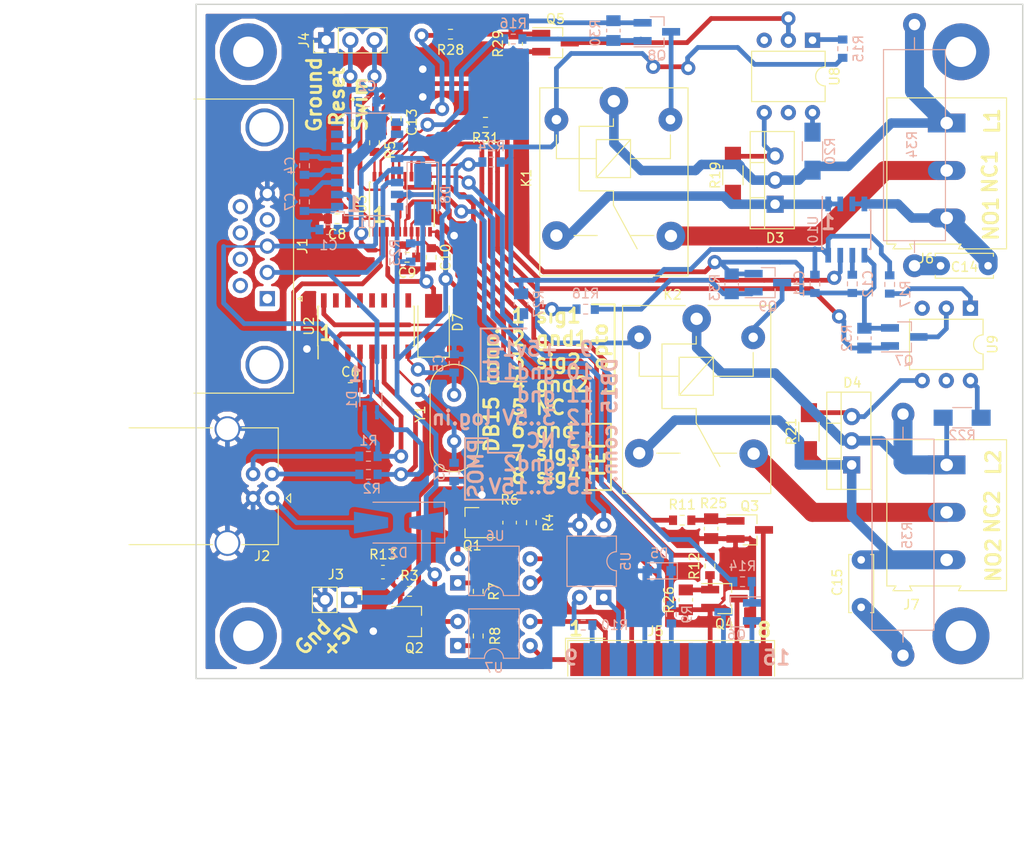
<source format=kicad_pcb>
(kicad_pcb (version 20171130) (host pcbnew 6.0.0-rc1-unknown)
  (layers (0 F.Cu signal) (31 B.Cu signal) (34 B.Paste user) (35 F.Paste user) (36 B.SilkS user) (37 F.SilkS user) (38 B.Mask user) (39 F.Mask user) (44 Edge.Cuts user))
  (net 0 "")
  (net 1 GND)
  (net 2 "Net-(C1-Pad2)")
  (net 3 "Net-(C2-Pad2)")
  (net 4 "Net-(C3-Pad2)")
  (net 5 "Net-(C4-Pad1)")
  (net 6 "Net-(C4-Pad2)")
  (net 7 "Net-(C5-Pad2)")
  (net 8 "Net-(C6-Pad2)")
  (net 9 "Net-(C7-Pad1)")
  (net 10 "Net-(C7-Pad2)")
  (net 11 /NRST)
  (net 12 "Net-(C9-Pad1)")
  (net 13 VCC)
  (net 14 "Net-(C12-Pad1)")
  (net 15 /TXD)
  (net 16 /RXD)
  (net 17 "Net-(D1-Pad4)")
  (net 18 "Net-(D1-Pad5)")
  (net 19 "Net-(D2-Pad2)")
  (net 20 "Net-(D3-Pad1)")
  (net 21 "Net-(D3-Pad2)")
  (net 22 "Net-(D3-Pad3)")
  (net 23 "Net-(D4-Pad2)")
  (net 24 "Net-(D4-Pad3)")
  (net 25 "Net-(J2-Pad2)")
  (net 26 "Net-(J2-Pad3)")
  (net 27 /SWIM)
  (net 28 "Net-(J5-Pad1)")
  (net 29 "Net-(J5-Pad2)")
  (net 30 "Net-(J5-Pad3)")
  (net 31 "Net-(J5-Pad4)")
  (net 32 "Net-(J5-Pad7)")
  (net 33 "Net-(J5-Pad8)")
  (net 34 "Net-(J5-Pad9)")
  (net 35 "Net-(J5-Pad10)")
  (net 36 "Net-(J5-Pad12)")
  (net 37 "Net-(J5-Pad14)")
  (net 38 "Net-(J5-Pad15)")
  (net 39 "Net-(Q1-Pad1)")
  (net 40 "Net-(Q1-Pad3)")
  (net 41 "Net-(Q2-Pad1)")
  (net 42 "Net-(Q2-Pad3)")
  (net 43 "Net-(Q3-Pad1)")
  (net 44 "Net-(Q4-Pad1)")
  (net 45 "Net-(Q6-Pad1)")
  (net 46 "Net-(Q8-Pad1)")
  (net 47 "Net-(Q9-Pad1)")
  (net 48 /Out0)
  (net 49 /Out1)
  (net 50 /Cur0)
  (net 51 "Net-(R7-Pad1)")
  (net 52 "Net-(R8-Pad1)")
  (net 53 "Net-(R10-Pad2)")
  (net 54 /NKEY2)
  (net 55 /NKEY1)
  (net 56 /PKEY1)
  (net 57 "Net-(R15-Pad1)")
  (net 58 /Triac0)
  (net 59 /Relay0)
  (net 60 "Net-(R17-Pad1)")
  (net 61 /Triac1)
  (net 62 /Relay1)
  (net 63 "Net-(R20-Pad2)")
  (net 64 "Net-(R22-Pad2)")
  (net 65 /Rx)
  (net 66 /Tx)
  (net 67 /~In0)
  (net 68 /~In1)
  (net 69 "Net-(C13-Pad1)")
  (net 70 "Net-(K1-Pad5)")
  (net 71 "Net-(K2-Pad5)")
  (net 72 "Net-(Q5-Pad1)")
  (net 73 "Net-(Q5-Pad3)")
  (net 74 "Net-(Q7-Pad1)")
  (net 75 "Net-(Q7-Pad3)")
  (net 76 "Net-(D7-Pad1)")
  (net 77 "Net-(D8-Pad1)")
  (net 78 "Net-(C15-Pad1)")
  (net 79 "Net-(C15-Pad2)")
  (net 80 "Net-(C14-Pad1)")
  (net 81 /NC1)
  (net 82 /NC2)
  (net 83 "Net-(C14-Pad2)")
  (module Resistor_SMD:R_0603_1608Metric_Pad0.84x1.00mm_HandSolder (layer B.Cu) (at 111.5 51.5 90)
    (fp_text reference R17 (at -1.016 1.651 90) (layer B.SilkS) (effects (justify mirror)))
    (fp_text value 150)
    (pad 1 smd rect (at -0.9625 0 90) (size 0.845 1) (layers B.Cu B.Paste B.Mask) (net 60 "Net-(R17-Pad1)"))
    (pad 2 smd rect (at 0.9625 0 90) (size 0.845 1) (layers B.Cu B.Paste B.Mask) (net 13 VCC))
  )
  (module Capacitor_SMD:C_0603_1608Metric_Pad0.84x1.00mm_HandSolder (layer B.Cu) (at 52.451 45.72)
    (fp_text reference C1 (at 0 1.65) (layer B.SilkS) (effects (justify mirror)))
    (fp_text value 0.1)
    (pad 1 smd rect (at -0.9625 0) (size 0.845 1) (layers B.Cu B.Paste B.Mask) (net 1 GND))
    (pad 2 smd rect (at 0.9625 0) (size 0.845 1) (layers B.Cu B.Paste B.Mask) (net 2 "Net-(C1-Pad2)"))
  )
  (module Package_SSOP:SOP-16_4.4x10.4mm_P1.27mm (layer B.Cu) (at 56.506 38.856)
    (fp_text reference U1 (at 0 6.2) (layer B.SilkS) (effects (justify mirror)))
    (fp_text value MAX3232)
    (pad 1 smd rect (at -3.15 4.45) (size 1.3 0.8) (layers B.Cu B.Paste B.Mask) (net 9 "Net-(C7-Pad1)"))
    (pad 2 smd rect (at -3.15 3.17) (size 1.3 0.8) (layers B.Cu B.Paste B.Mask) (net 2 "Net-(C1-Pad2)"))
    (pad 3 smd rect (at -3.15 1.91) (size 1.3 0.8) (layers B.Cu B.Paste B.Mask) (net 10 "Net-(C7-Pad2)"))
    (pad 4 smd rect (at -3.15 0.64) (size 1.3 0.8) (layers B.Cu B.Paste B.Mask) (net 5 "Net-(C4-Pad1)"))
    (pad 5 smd rect (at -3.15 -0.64) (size 1.3 0.8) (layers B.Cu B.Paste B.Mask) (net 6 "Net-(C4-Pad2)"))
    (pad 6 smd rect (at -3.15 -1.91) (size 1.3 0.8) (layers B.Cu B.Paste B.Mask) (net 3 "Net-(C2-Pad2)"))
    (pad 7 smd rect (at -3.15 -3.17) (size 1.3 0.8) (layers B.Cu B.Paste B.Mask))
    (pad 8 smd rect (at -3.15 -4.45) (size 1.3 0.8) (layers B.Cu B.Paste B.Mask))
    (pad 9 smd rect (at 3.15 -4.45) (size 1.3 0.8) (layers B.Cu B.Paste B.Mask))
    (pad 10 smd rect (at 3.15 -3.17) (size 1.3 0.8) (layers B.Cu B.Paste B.Mask))
    (pad 11 smd rect (at 3.15 -1.91) (size 1.3 0.8) (layers B.Cu B.Paste B.Mask) (net 66 /Tx))
    (pad 12 smd rect (at 3.15 -0.64) (size 1.3 0.8) (layers B.Cu B.Paste B.Mask) (net 77 "Net-(D8-Pad1)"))
    (pad 13 smd rect (at 3.15 0.64) (size 1.3 0.8) (layers B.Cu B.Paste B.Mask) (net 15 /TXD))
    (pad 14 smd rect (at 3.15 1.91) (size 1.3 0.8) (layers B.Cu B.Paste B.Mask) (net 16 /RXD))
    (pad 15 smd rect (at 3.15 3.17) (size 1.3 0.8) (layers B.Cu B.Paste B.Mask) (net 1 GND))
    (pad 16 smd rect (at 3.15 4.45) (size 1.3 0.8) (layers B.Cu B.Paste B.Mask) (net 13 VCC))
  )
  (module Capacitor_SMD:C_0603_1608Metric_Pad0.84x1.00mm_HandSolder (layer B.Cu) (at 56.515 32.258 180)
    (fp_text reference C2 (at 0 1.65 180) (layer B.SilkS) (effects (justify mirror)))
    (fp_text value 0.1)
    (pad 1 smd rect (at -0.9625 0 180) (size 0.845 1) (layers B.Cu B.Paste B.Mask) (net 1 GND))
    (pad 2 smd rect (at 0.9625 0 180) (size 0.845 1) (layers B.Cu B.Paste B.Mask) (net 3 "Net-(C2-Pad2)"))
  )
  (module Capacitor_SMD:C_0603_1608Metric_Pad0.84x1.00mm_HandSolder (layer B.Cu) (at 65.659 71.247 90)
    (fp_text reference C3 (at 0 -1.524 90) (layer B.SilkS) (effects (justify mirror)))
    (fp_text value 22p)
    (pad 1 smd rect (at -0.9625 0 90) (size 0.845 1) (layers B.Cu B.Paste B.Mask) (net 1 GND))
    (pad 2 smd rect (at 0.9625 0 90) (size 0.845 1) (layers B.Cu B.Paste B.Mask) (net 4 "Net-(C3-Pad2)"))
  )
  (module Capacitor_SMD:C_0603_1608Metric_Pad0.84x1.00mm_HandSolder (layer B.Cu) (at 49.911 38.989 90)
    (fp_text reference C4 (at 0 -1.524 90) (layer B.SilkS) (effects (justify mirror)))
    (fp_text value 0.1)
    (pad 1 smd rect (at -0.9625 0 90) (size 0.845 1) (layers B.Cu B.Paste B.Mask) (net 5 "Net-(C4-Pad1)"))
    (pad 2 smd rect (at 0.9625 0 90) (size 0.845 1) (layers B.Cu B.Paste B.Mask) (net 6 "Net-(C4-Pad2)"))
  )
  (module Capacitor_SMD:C_0603_1608Metric_Pad0.84x1.00mm_HandSolder (layer B.Cu) (at 65.659 59.817 270)
    (fp_text reference C5 (at 0 1.65 270) (layer B.SilkS) (effects (justify mirror)))
    (fp_text value 22p)
    (pad 1 smd rect (at -0.9625 0 270) (size 0.845 1) (layers B.Cu B.Paste B.Mask) (net 1 GND))
    (pad 2 smd rect (at 0.9625 0 270) (size 0.845 1) (layers B.Cu B.Paste B.Mask) (net 7 "Net-(C5-Pad2)"))
  )
  (module Capacitor_SMD:C_0603_1608Metric_Pad0.84x1.00mm_HandSolder (layer F.Cu) (at 54.737 62.357)
    (fp_text reference C6 (at 0 -1.65) (layer F.SilkS))
    (fp_text value 0.1)
    (pad 1 smd rect (at -0.9625 0) (size 0.845 1) (layers F.Cu F.Paste F.Mask) (net 1 GND))
    (pad 2 smd rect (at 0.9625 0) (size 0.845 1) (layers F.Cu F.Paste F.Mask) (net 8 "Net-(C6-Pad2)"))
  )
  (module Capacitor_SMD:C_0603_1608Metric_Pad0.84x1.00mm_HandSolder (layer B.Cu) (at 49.911 42.799 90)
    (fp_text reference C7 (at 0 -1.524 90) (layer B.SilkS) (effects (justify mirror)))
    (fp_text value 0.1)
    (pad 1 smd rect (at -0.9625 0 90) (size 0.845 1) (layers B.Cu B.Paste B.Mask) (net 9 "Net-(C7-Pad1)"))
    (pad 2 smd rect (at 0.9625 0 90) (size 0.845 1) (layers B.Cu B.Paste B.Mask) (net 10 "Net-(C7-Pad2)"))
  )
  (module Capacitor_SMD:C_0603_1608Metric_Pad0.84x1.00mm_HandSolder (layer F.Cu) (at 53.34 44.577 180)
    (fp_text reference C8 (at 0 -1.65 180) (layer F.SilkS))
    (fp_text value 0.1)
    (pad 1 smd rect (at -0.9625 0 180) (size 0.845 1) (layers F.Cu F.Paste F.Mask) (net 11 /NRST))
    (pad 2 smd rect (at 0.9625 0 180) (size 0.845 1) (layers F.Cu F.Paste F.Mask) (net 1 GND))
  )
  (module Capacitor_SMD:C_0603_1608Metric_Pad0.84x1.00mm_HandSolder (layer F.Cu) (at 60.706 48.641 180)
    (fp_text reference C9 (at 0 -1.65 180) (layer F.SilkS))
    (fp_text value 0.1)
    (pad 1 smd rect (at -0.9625 0 180) (size 0.845 1) (layers F.Cu F.Paste F.Mask) (net 12 "Net-(C9-Pad1)"))
    (pad 2 smd rect (at 0.9625 0 180) (size 0.845 1) (layers F.Cu F.Paste F.Mask) (net 1 GND))
  )
  (module Capacitor_SMD:C_0603_1608Metric_Pad0.84x1.00mm_HandSolder (layer F.Cu) (at 63.246 48.641 90)
    (fp_text reference C10 (at 0 1.524 90) (layer F.SilkS))
    (fp_text value 0.1)
    (pad 1 smd rect (at -0.9625 0 90) (size 0.845 1) (layers F.Cu F.Paste F.Mask) (net 1 GND))
    (pad 2 smd rect (at 0.9625 0 90) (size 0.845 1) (layers F.Cu F.Paste F.Mask) (net 13 VCC))
  )
  (module Capacitor_SMD:C_0603_1608Metric_Pad0.84x1.00mm_HandSolder (layer B.Cu) (at 103.632 51.435 270)
    (fp_text reference C11 (at 0 1.65 270) (layer B.SilkS) (effects (justify mirror)))
    (fp_text value 0.1)
    (pad 1 smd rect (at -0.9625 0 270) (size 0.845 1) (layers B.Cu B.Paste B.Mask) (net 13 VCC))
    (pad 2 smd rect (at 0.9625 0 270) (size 0.845 1) (layers B.Cu B.Paste B.Mask) (net 1 GND))
  )
  (module Package_TO_SOT_SMD:SOT-353_SC-70-5_Handsoldering (layer B.Cu) (at 56.896 63.627 270)
    (fp_text reference D1 (at 0 2 270) (layer B.SilkS) (effects (justify mirror)))
    (fp_text value SMF05)
    (pad 1 smd rect (at -1.33 0.65 270) (size 1.5 0.4) (layers B.Cu B.Paste B.Mask) (net 15 /TXD))
    (pad 2 smd rect (at -1.33 0 270) (size 1.5 0.4) (layers B.Cu B.Paste B.Mask) (net 1 GND))
    (pad 3 smd rect (at -1.33 -0.65 270) (size 1.5 0.4) (layers B.Cu B.Paste B.Mask) (net 16 /RXD))
    (pad 4 smd rect (at 1.33 -0.65 270) (size 1.5 0.4) (layers B.Cu B.Paste B.Mask) (net 17 "Net-(D1-Pad4)"))
    (pad 5 smd rect (at 1.33 0.65 270) (size 1.5 0.4) (layers B.Cu B.Paste B.Mask) (net 18 "Net-(D1-Pad5)"))
  )
  (module Diode_SMD:D_SMA-SMB_Universal_Handsoldering (layer B.Cu) (at 59.817 76.581 180)
    (fp_text reference D2 (at 0 -3.175 180) (layer B.SilkS) (effects (justify mirror)))
    (fp_text value SS14)
    (pad 1 smd trapezoid (at -2.9 0 180) (size 3.6 1.7) (rect_delta 0.6 0) (layers B.Cu B.Paste B.Mask) (net 13 VCC))
    (pad 2 smd trapezoid (at 2.9 0) (size 3.6 1.7) (rect_delta 0.6 0) (layers B.Cu B.Paste B.Mask) (net 19 "Net-(D2-Pad2)"))
  )
  (module Package_TO_SOT_THT:TO-220-3_Vertical (layer F.Cu) (at 99.441 43.053 90)
    (fp_text reference D3 (at -3.556 0 180) (layer F.SilkS))
    (fp_text value BT137-600E)
    (pad 1 thru_hole rect (at 0 0 90) (size 1.8 1.8) (drill 1) (layers *.Cu *.Mask) (net 20 "Net-(D3-Pad1)"))
    (pad 2 thru_hole oval (at 2.54 0 90) (size 1.8 1.8) (drill 1) (layers *.Cu *.Mask) (net 21 "Net-(D3-Pad2)"))
    (pad 3 thru_hole oval (at 5.08 0 90) (size 1.8 1.8) (drill 1) (layers *.Cu *.Mask) (net 22 "Net-(D3-Pad3)"))
  )
  (module Package_TO_SOT_THT:TO-220-3_Vertical (layer F.Cu) (at 107.5 70.5 90)
    (fp_text reference D4 (at 8.651 0.069 180) (layer F.SilkS))
    (fp_text value BT137-600E)
    (pad 1 thru_hole rect (at 0 0 90) (size 1.8 1.8) (drill 1) (layers *.Cu *.Mask) (net 78 "Net-(C15-Pad1)"))
    (pad 2 thru_hole oval (at 2.54 0 90) (size 1.8 1.8) (drill 1) (layers *.Cu *.Mask) (net 23 "Net-(D4-Pad2)"))
    (pad 3 thru_hole oval (at 5.08 0 90) (size 1.8 1.8) (drill 1) (layers *.Cu *.Mask) (net 24 "Net-(D4-Pad3)"))
  )
  (module Connector_USB:USB_B_Horizontal (layer F.Cu) (at 46.5 74 180)
    (fp_text reference J2 (at 1.05 -6.1 180) (layer F.SilkS))
    (fp_text value USB_B)
    (pad 2 thru_hole circle (at 0 2.54 90) (size 1.52 1.52) (drill 0.81) (layers *.Cu *.Mask) (net 25 "Net-(J2-Pad2)"))
    (pad 1 thru_hole circle (at 0 0 90) (size 1.52 1.52) (drill 0.81) (layers *.Cu *.Mask) (net 19 "Net-(D2-Pad2)"))
    (pad 4 thru_hole circle (at 2 0 90) (size 1.52 1.52) (drill 0.81) (layers *.Cu *.Mask) (net 1 GND))
    (pad 3 thru_hole circle (at 2 2.54 90) (size 1.52 1.52) (drill 0.81) (layers *.Cu *.Mask) (net 26 "Net-(J2-Pad3)"))
    (pad 5 thru_hole circle (at 4.7 7.27 90) (size 2.7 2.7) (drill 2.3) (layers *.Cu *.Mask) (net 1 GND))
    (pad 5 thru_hole circle (at 4.7 -4.73 90) (size 2.7 2.7) (drill 2.3) (layers *.Cu *.Mask) (net 1 GND))
  )
  (module Connector_PinHeader_2.54mm:PinHeader_1x02_P2.54mm_Vertical (layer F.Cu) (at 54.61 84.709 270)
    (fp_text reference J3 (at -2.667 1.397) (layer F.SilkS))
    (fp_text value 5Vext)
    (pad 1 thru_hole rect (at 0 0 270) (size 1.7 1.7) (drill 1) (layers *.Cu *.Mask) (net 13 VCC))
    (pad 2 thru_hole oval (at 0 2.54 270) (size 1.7 1.7) (drill 1) (layers *.Cu *.Mask) (net 1 GND))
  )
  (module Connector_PinHeader_2.54mm:PinHeader_1x03_P2.54mm_Vertical (layer F.Cu) (at 52.197 25.781 90)
    (fp_text reference J4 (at 0 -2.33 90) (layer F.SilkS))
    (fp_text value SWIM)
    (pad 1 thru_hole rect (at 0 0 90) (size 1.7 1.7) (drill 1) (layers *.Cu *.Mask) (net 1 GND))
    (pad 2 thru_hole oval (at 0 2.54 90) (size 1.7 1.7) (drill 1) (layers *.Cu *.Mask) (net 11 /NRST))
    (pad 3 thru_hole oval (at 0 5.08 90) (size 1.7 1.7) (drill 1) (layers *.Cu *.Mask) (net 27 /SWIM))
  )
  (module Connector_Dsub:DSUB-15_Male_EdgeMount_P2.77mm (layer F.Cu) (at 88.5 91)
    (fp_text reference J5 (at -1.632 -2.989) (layer F.SilkS))
    (fp_text value DB15_Male)
    (pad 1 smd rect (at -9.695 0) (size 1.846667 3.48) (layers F.Cu F.Paste F.Mask) (net 28 "Net-(J5-Pad1)"))
    (pad 2 smd rect (at -6.925 0) (size 1.846667 3.48) (layers F.Cu F.Paste F.Mask) (net 29 "Net-(J5-Pad2)"))
    (pad 3 smd rect (at -4.155 0) (size 1.846667 3.48) (layers F.Cu F.Paste F.Mask) (net 30 "Net-(J5-Pad3)"))
    (pad 4 smd rect (at -1.385 0) (size 1.846667 3.48) (layers F.Cu F.Paste F.Mask) (net 31 "Net-(J5-Pad4)"))
    (pad 5 smd rect (at 1.385 0) (size 1.846667 3.48) (layers F.Cu F.Paste F.Mask))
    (pad 6 smd rect (at 4.155 0) (size 1.846667 3.48) (layers F.Cu F.Paste F.Mask) (net 1 GND))
    (pad 7 smd rect (at 6.925 0) (size 1.846667 3.48) (layers F.Cu F.Paste F.Mask) (net 32 "Net-(J5-Pad7)"))
    (pad 8 smd rect (at 9.695 0) (size 1.846667 3.48) (layers F.Cu F.Paste F.Mask) (net 33 "Net-(J5-Pad8)"))
    (pad 9 smd rect (at -8.31 0) (size 1.846667 3.48) (layers B.Cu B.Paste B.Mask) (net 34 "Net-(J5-Pad9)"))
    (pad 10 smd rect (at -5.54 0) (size 1.846667 3.48) (layers B.Cu B.Paste B.Mask) (net 35 "Net-(J5-Pad10)"))
    (pad 11 smd rect (at -2.77 0) (size 1.846667 3.48) (layers B.Cu B.Paste B.Mask) (net 1 GND))
    (pad 12 smd rect (at 0 0) (size 1.846667 3.48) (layers B.Cu B.Paste B.Mask) (net 36 "Net-(J5-Pad12)"))
    (pad 13 smd rect (at 2.77 0) (size 1.846667 3.48) (layers B.Cu B.Paste B.Mask))
    (pad 14 smd rect (at 5.54 0) (size 1.846667 3.48) (layers B.Cu B.Paste B.Mask) (net 37 "Net-(J5-Pad14)"))
    (pad 15 smd rect (at 8.31 0) (size 1.846667 3.48) (layers B.Cu B.Paste B.Mask) (net 38 "Net-(J5-Pad15)"))
  )
  (module TerminalBlock:TerminalBlock_Altech_AK300-3_P5.00mm (layer F.Cu) (at 117.5 34.5 270)
    (fp_text reference J6 (at 14.268 2.184) (layer F.SilkS))
    (fp_text value Power)
    (pad 1 thru_hole rect (at 0 0 270) (size 1.98 3.96) (drill 1.32) (layers *.Cu *.Mask) (net 21 "Net-(D3-Pad2)"))
    (pad 2 thru_hole oval (at 5 0 270) (size 1.98 3.96) (drill 1.32) (layers *.Cu *.Mask) (net 81 /NC1))
    (pad 3 thru_hole oval (at 10 0 270) (size 1.98 3.96) (drill 1.32) (layers *.Cu *.Mask) (net 80 "Net-(C14-Pad1)"))
  )
  (module TerminalBlock:TerminalBlock_Altech_AK300-3_P5.00mm (layer F.Cu) (at 117.5 70.5 270)
    (fp_text reference J7 (at 14.717 3.708) (layer F.SilkS))
    (fp_text value Power)
    (pad 1 thru_hole rect (at 0 0 270) (size 1.98 3.96) (drill 1.32) (layers *.Cu *.Mask) (net 23 "Net-(D4-Pad2)"))
    (pad 2 thru_hole oval (at 5 0 270) (size 1.98 3.96) (drill 1.32) (layers *.Cu *.Mask) (net 82 /NC2))
    (pad 3 thru_hole oval (at 10 0 270) (size 1.98 3.96) (drill 1.32) (layers *.Cu *.Mask) (net 78 "Net-(C15-Pad1)"))
  )
  (module Relay_THT:Relay_SPDT_SANYOU_SRD_Series_Form_C (layer F.Cu) (at 82.475 32.195 270)
    (fp_text reference K1 (at 8.1 9.2 270) (layer F.SilkS))
    (fp_text value SRD-05VDC)
    (pad 2 thru_hole circle (at 1.95 6.05) (size 2.5 2.5) (drill 1) (layers *.Cu *.Mask) (net 13 VCC))
    (pad 3 thru_hole circle (at 14.15 6.05) (size 3 3) (drill 1.3) (layers *.Cu *.Mask) (net 20 "Net-(D3-Pad1)"))
    (pad 4 thru_hole circle (at 14.2 -6) (size 3 3) (drill 1.3) (layers *.Cu *.Mask) (net 81 /NC1))
    (pad 5 thru_hole circle (at 1.95 -5.95) (size 2.5 2.5) (drill 1) (layers *.Cu *.Mask) (net 70 "Net-(K1-Pad5)"))
    (pad 1 thru_hole circle (at 0 0) (size 3 3) (drill 1.3) (layers *.Cu *.Mask) (net 21 "Net-(D3-Pad2)"))
  )
  (module Relay_THT:Relay_SPDT_SANYOU_SRD_Series_Form_C (layer F.Cu) (at 91.186 55.118 270)
    (fp_text reference K2 (at -2.54 2.54) (layer F.SilkS))
    (fp_text value SRD-05VDC)
    (pad 2 thru_hole circle (at 1.95 6.05) (size 2.5 2.5) (drill 1) (layers *.Cu *.Mask) (net 13 VCC))
    (pad 3 thru_hole circle (at 14.15 6.05) (size 3 3) (drill 1.3) (layers *.Cu *.Mask) (net 78 "Net-(C15-Pad1)"))
    (pad 4 thru_hole circle (at 14.2 -6) (size 3 3) (drill 1.3) (layers *.Cu *.Mask) (net 82 /NC2))
    (pad 5 thru_hole circle (at 1.95 -5.95) (size 2.5 2.5) (drill 1) (layers *.Cu *.Mask) (net 71 "Net-(K2-Pad5)"))
    (pad 1 thru_hole circle (at 0 0) (size 3 3) (drill 1.3) (layers *.Cu *.Mask) (net 23 "Net-(D4-Pad2)"))
  )
  (module Package_TO_SOT_SMD:SOT-23_Handsoldering (layer F.Cu) (at 67.564 76.581 180)
    (fp_text reference Q1 (at 0 -2.413 180) (layer F.SilkS))
    (fp_text value 2N7002)
    (pad 1 smd rect (at -1.5 -0.95 180) (size 1.9 0.8) (layers F.Cu F.Paste F.Mask) (net 39 "Net-(Q1-Pad1)"))
    (pad 2 smd rect (at -1.5 0.95 180) (size 1.9 0.8) (layers F.Cu F.Paste F.Mask) (net 1 GND))
    (pad 3 smd rect (at 1.5 0 180) (size 1.9 0.8) (layers F.Cu F.Paste F.Mask) (net 40 "Net-(Q1-Pad3)"))
  )
  (module Package_TO_SOT_SMD:SOT-23_Handsoldering (layer F.Cu) (at 61.468 86.995)
    (fp_text reference Q2 (at 0 2.794) (layer F.SilkS))
    (fp_text value 2N7002)
    (pad 1 smd rect (at -1.5 -0.95) (size 1.9 0.8) (layers F.Cu F.Paste F.Mask) (net 41 "Net-(Q2-Pad1)"))
    (pad 2 smd rect (at -1.5 0.95) (size 1.9 0.8) (layers F.Cu F.Paste F.Mask) (net 1 GND))
    (pad 3 smd rect (at 1.5 0) (size 1.9 0.8) (layers F.Cu F.Paste F.Mask) (net 42 "Net-(Q2-Pad3)"))
  )
  (module Package_TO_SOT_SMD:SOT-23_Handsoldering (layer F.Cu) (at 96.774 77.343)
    (fp_text reference Q3 (at 0 -2.5) (layer F.SilkS))
    (fp_text value SI2300)
    (pad 1 smd rect (at -1.5 -0.95) (size 1.9 0.8) (layers F.Cu F.Paste F.Mask) (net 43 "Net-(Q3-Pad1)"))
    (pad 2 smd rect (at -1.5 0.95) (size 1.9 0.8) (layers F.Cu F.Paste F.Mask) (net 1 GND))
    (pad 3 smd rect (at 1.5 0) (size 1.9 0.8) (layers F.Cu F.Paste F.Mask) (net 33 "Net-(J5-Pad8)"))
  )
  (module Package_TO_SOT_SMD:SOT-23_Handsoldering (layer F.Cu) (at 94.107 84.582)
    (fp_text reference Q4 (at 0 2.667) (layer F.SilkS))
    (fp_text value SI2300)
    (pad 1 smd rect (at -1.5 -0.95) (size 1.9 0.8) (layers F.Cu F.Paste F.Mask) (net 44 "Net-(Q4-Pad1)"))
    (pad 2 smd rect (at -1.5 0.95) (size 1.9 0.8) (layers F.Cu F.Paste F.Mask) (net 1 GND))
    (pad 3 smd rect (at 1.5 0) (size 1.9 0.8) (layers F.Cu F.Paste F.Mask) (net 32 "Net-(J5-Pad7)"))
  )
  (module Package_TO_SOT_SMD:SOT-23_Handsoldering (layer B.Cu) (at 95.504 85.979 180)
    (fp_text reference Q6 (at 0.127 -2.413 180) (layer B.SilkS) (effects (justify mirror)))
    (fp_text value AO3407)
    (pad 1 smd rect (at -1.5 0.95 180) (size 1.9 0.8) (layers B.Cu B.Paste B.Mask) (net 45 "Net-(Q6-Pad1)"))
    (pad 2 smd rect (at -1.5 -0.95 180) (size 1.9 0.8) (layers B.Cu B.Paste B.Mask) (net 38 "Net-(J5-Pad15)"))
    (pad 3 smd rect (at 1.5 0 180) (size 1.9 0.8) (layers B.Cu B.Paste B.Mask) (net 37 "Net-(J5-Pad14)"))
  )
  (module Package_TO_SOT_SMD:SOT-23_Handsoldering (layer B.Cu) (at 86.995 24.892)
    (fp_text reference Q8 (at 0 2.5) (layer B.SilkS) (effects (justify mirror)))
    (fp_text value 2N7002)
    (pad 1 smd rect (at -1.5 0.95) (size 1.9 0.8) (layers B.Cu B.Paste B.Mask) (net 46 "Net-(Q8-Pad1)"))
    (pad 2 smd rect (at -1.5 -0.95) (size 1.9 0.8) (layers B.Cu B.Paste B.Mask) (net 1 GND))
    (pad 3 smd rect (at 1.5 0) (size 1.9 0.8) (layers B.Cu B.Paste B.Mask) (net 70 "Net-(K1-Pad5)"))
  )
  (module Package_TO_SOT_SMD:SOT-23_Handsoldering (layer B.Cu) (at 98.679 51.308)
    (fp_text reference Q9 (at 0 2.5) (layer B.SilkS) (effects (justify mirror)))
    (fp_text value 2N7002)
    (pad 1 smd rect (at -1.5 0.95) (size 1.9 0.8) (layers B.Cu B.Paste B.Mask) (net 47 "Net-(Q9-Pad1)"))
    (pad 2 smd rect (at -1.5 -0.95) (size 1.9 0.8) (layers B.Cu B.Paste B.Mask) (net 1 GND))
    (pad 3 smd rect (at 1.5 0) (size 1.9 0.8) (layers B.Cu B.Paste B.Mask) (net 71 "Net-(K2-Pad5)"))
  )
  (module Resistor_SMD:R_0603_1608Metric_Pad0.84x1.00mm_HandSolder (layer B.Cu) (at 56.642 69.596 180)
    (fp_text reference R1 (at 0 1.65 180) (layer B.SilkS) (effects (justify mirror)))
    (fp_text value 22)
    (pad 1 smd rect (at -0.9625 0 180) (size 0.845 1) (layers B.Cu B.Paste B.Mask) (net 18 "Net-(D1-Pad5)"))
    (pad 2 smd rect (at 0.9625 0 180) (size 0.845 1) (layers B.Cu B.Paste B.Mask) (net 26 "Net-(J2-Pad3)"))
  )
  (module Resistor_SMD:R_0603_1608Metric_Pad0.84x1.00mm_HandSolder (layer B.Cu) (at 56.642 71.501 180)
    (fp_text reference R2 (at -0.358 -1.499 180) (layer B.SilkS) (effects (justify mirror)))
    (fp_text value 22)
    (pad 1 smd rect (at -0.9625 0 180) (size 0.845 1) (layers B.Cu B.Paste B.Mask) (net 17 "Net-(D1-Pad4)"))
    (pad 2 smd rect (at 0.9625 0 180) (size 0.845 1) (layers B.Cu B.Paste B.Mask) (net 25 "Net-(J2-Pad2)"))
  )
  (module Resistor_SMD:R_0603_1608Metric_Pad0.84x1.00mm_HandSolder (layer F.Cu) (at 60.96 83.82)
    (fp_text reference R3 (at 0 -1.65) (layer F.SilkS))
    (fp_text value 330)
    (pad 1 smd rect (at -0.9625 0) (size 0.845 1) (layers F.Cu F.Paste F.Mask) (net 41 "Net-(Q2-Pad1)"))
    (pad 2 smd rect (at 0.9625 0) (size 0.845 1) (layers F.Cu F.Paste F.Mask) (net 48 /Out0))
  )
  (module Resistor_SMD:R_0603_1608Metric_Pad0.84x1.00mm_HandSolder (layer F.Cu) (at 73.787 76.581 90)
    (fp_text reference R4 (at 0 1.778 90) (layer F.SilkS))
    (fp_text value 330)
    (pad 1 smd rect (at -0.9625 0 90) (size 0.845 1) (layers F.Cu F.Paste F.Mask) (net 39 "Net-(Q1-Pad1)"))
    (pad 2 smd rect (at 0.9625 0 90) (size 0.845 1) (layers F.Cu F.Paste F.Mask) (net 49 /Out1))
  )
  (module Resistor_SMD:R_0603_1608Metric_Pad0.84x1.00mm_HandSolder (layer F.Cu) (at 57.277 36.576 270)
    (fp_text reference R5 (at 0.762 -1.651 270) (layer F.SilkS))
    (fp_text value 4k7)
    (pad 1 smd rect (at -0.9625 0 270) (size 0.845 1) (layers F.Cu F.Paste F.Mask) (net 50 /Cur0))
    (pad 2 smd rect (at 0.9625 0 270) (size 0.845 1) (layers F.Cu F.Paste F.Mask) (net 69 "Net-(C13-Pad1)"))
  )
  (module Resistor_SMD:R_0603_1608Metric_Pad0.84x1.00mm_HandSolder (layer F.Cu) (at 68.199 83.82 270)
    (fp_text reference R7 (at 0 -1.65 270) (layer F.SilkS))
    (fp_text value 150)
    (pad 1 smd rect (at -0.9625 0 270) (size 0.845 1) (layers F.Cu F.Paste F.Mask) (net 51 "Net-(R7-Pad1)"))
    (pad 2 smd rect (at 0.9625 0 270) (size 0.845 1) (layers F.Cu F.Paste F.Mask) (net 13 VCC))
  )
  (module Resistor_SMD:R_0603_1608Metric_Pad0.84x1.00mm_HandSolder (layer F.Cu) (at 68.199 88.519 90)
    (fp_text reference R8 (at 0 1.778 90) (layer F.SilkS))
    (fp_text value 150)
    (pad 1 smd rect (at -0.9625 0 90) (size 0.845 1) (layers F.Cu F.Paste F.Mask) (net 52 "Net-(R8-Pad1)"))
    (pad 2 smd rect (at 0.9625 0 90) (size 0.845 1) (layers F.Cu F.Paste F.Mask) (net 13 VCC))
  )
  (module Resistor_SMD:R_0603_1608Metric_Pad0.84x1.00mm_HandSolder (layer B.Cu) (at 88.519 86.233 90)
    (fp_text reference R9 (at 0 1.65 90) (layer B.SilkS) (effects (justify mirror)))
    (fp_text value 150)
    (pad 1 smd rect (at -0.9625 0 90) (size 0.845 1) (layers B.Cu B.Paste B.Mask) (net 36 "Net-(J5-Pad12)"))
    (pad 2 smd rect (at 0.9625 0 90) (size 0.845 1) (layers B.Cu B.Paste B.Mask) (net 67 /~In0))
  )
  (module Resistor_SMD:R_0603_1608Metric_Pad0.84x1.00mm_HandSolder (layer B.Cu) (at 79.248 87.376 180)
    (fp_text reference R10 (at -3.302 0 180) (layer B.SilkS) (effects (justify mirror)))
    (fp_text value 150)
    (pad 1 smd rect (at -0.9625 0 180) (size 0.845 1) (layers B.Cu B.Paste B.Mask) (net 34 "Net-(J5-Pad9)"))
    (pad 2 smd rect (at 0.9625 0 180) (size 0.845 1) (layers B.Cu B.Paste B.Mask) (net 53 "Net-(R10-Pad2)"))
  )
  (module Resistor_SMD:R_0603_1608Metric_Pad0.84x1.00mm_HandSolder (layer F.Cu) (at 89.662 76.327 180)
    (fp_text reference R11 (at 0 1.651 180) (layer F.SilkS))
    (fp_text value 330)
    (pad 1 smd rect (at -0.9625 0 180) (size 0.845 1) (layers F.Cu F.Paste F.Mask) (net 43 "Net-(Q3-Pad1)"))
    (pad 2 smd rect (at 0.9625 0 180) (size 0.845 1) (layers F.Cu F.Paste F.Mask) (net 54 /NKEY2))
  )
  (module Resistor_SMD:R_0603_1608Metric_Pad0.84x1.00mm_HandSolder (layer F.Cu) (at 92.583 81.153 90)
    (fp_text reference R12 (at 0 -1.65 90) (layer F.SilkS))
    (fp_text value 330)
    (pad 1 smd rect (at -0.9625 0 90) (size 0.845 1) (layers F.Cu F.Paste F.Mask) (net 44 "Net-(Q4-Pad1)"))
    (pad 2 smd rect (at 0.9625 0 90) (size 0.845 1) (layers F.Cu F.Paste F.Mask) (net 55 /NKEY1))
  )
  (module Resistor_SMD:R_0603_1608Metric_Pad0.84x1.00mm_HandSolder (layer B.Cu) (at 96.012 82.804 180)
    (fp_text reference R14 (at 0 1.65 180) (layer B.SilkS) (effects (justify mirror)))
    (fp_text value 330)
    (pad 1 smd rect (at -0.9625 0 180) (size 0.845 1) (layers B.Cu B.Paste B.Mask) (net 45 "Net-(Q6-Pad1)"))
    (pad 2 smd rect (at 0.9625 0 180) (size 0.845 1) (layers B.Cu B.Paste B.Mask) (net 56 /PKEY1))
  )
  (module Resistor_SMD:R_0603_1608Metric_Pad0.84x1.00mm_HandSolder (layer B.Cu) (at 106.553 26.67 270)
    (fp_text reference R15 (at 0 -1.651 270) (layer B.SilkS) (effects (justify mirror)))
    (fp_text value 150)
    (pad 1 smd rect (at -0.9625 0 270) (size 0.845 1) (layers B.Cu B.Paste B.Mask) (net 57 "Net-(R15-Pad1)"))
    (pad 2 smd rect (at 0.9625 0 270) (size 0.845 1) (layers B.Cu B.Paste B.Mask) (net 13 VCC))
  )
  (module Resistor_SMD:R_0603_1608Metric_Pad0.84x1.00mm_HandSolder (layer B.Cu) (at 71.882 25.654 180)
    (fp_text reference R16 (at 0 1.65 180) (layer B.SilkS) (effects (justify mirror)))
    (fp_text value 330)
    (pad 1 smd rect (at -0.9625 0 180) (size 0.845 1) (layers B.Cu B.Paste B.Mask) (net 46 "Net-(Q8-Pad1)"))
    (pad 2 smd rect (at 0.9625 0 180) (size 0.845 1) (layers B.Cu B.Paste B.Mask) (net 59 /Relay0))
  )
  (module Resistor_SMD:R_0603_1608Metric_Pad0.84x1.00mm_HandSolder (layer B.Cu) (at 79.502 54.102 180)
    (fp_text reference R18 (at 0 1.65 180) (layer B.SilkS) (effects (justify mirror)))
    (fp_text value 330)
    (pad 1 smd rect (at -0.9625 0 180) (size 0.845 1) (layers B.Cu B.Paste B.Mask) (net 47 "Net-(Q9-Pad1)"))
    (pad 2 smd rect (at 0.9625 0 180) (size 0.845 1) (layers B.Cu B.Paste B.Mask) (net 62 /Relay1))
  )
  (module Resistor_SMD:R_0603_1608Metric_Pad0.84x1.00mm_HandSolder (layer B.Cu) (at 61.087 48.133 90)
    (fp_text reference R23 (at 0 -1.651 90) (layer B.SilkS) (effects (justify mirror)))
    (fp_text value 4k7)
    (pad 1 smd rect (at -0.9625 0 90) (size 0.845 1) (layers B.Cu B.Paste B.Mask) (net 13 VCC))
    (pad 2 smd rect (at 0.9625 0 90) (size 0.845 1) (layers B.Cu B.Paste B.Mask) (net 65 /Rx))
  )
  (module Package_SOIC:SOIC-16_3.9x9.9mm_P1.27mm (layer F.Cu) (at 56.388 55.88 90)
    (fp_text reference U2 (at 0 -6 90) (layer F.SilkS))
    (fp_text value CH340G)
    (pad 1 smd rect (at -2.7 -4.445 90) (size 1.5 0.6) (layers F.Cu F.Paste F.Mask) (net 1 GND))
    (pad 2 smd rect (at -2.7 -3.175 90) (size 1.5 0.6) (layers F.Cu F.Paste F.Mask) (net 76 "Net-(D7-Pad1)"))
    (pad 3 smd rect (at -2.7 -1.905 90) (size 1.5 0.6) (layers F.Cu F.Paste F.Mask) (net 66 /Tx))
    (pad 4 smd rect (at -2.7 -0.635 90) (size 1.5 0.6) (layers F.Cu F.Paste F.Mask) (net 8 "Net-(C6-Pad2)"))
    (pad 5 smd rect (at -2.7 0.635 90) (size 1.5 0.6) (layers F.Cu F.Paste F.Mask) (net 18 "Net-(D1-Pad5)"))
    (pad 6 smd rect (at -2.7 1.905 90) (size 1.5 0.6) (layers F.Cu F.Paste F.Mask) (net 17 "Net-(D1-Pad4)"))
    (pad 7 smd rect (at -2.7 3.175 90) (size 1.5 0.6) (layers F.Cu F.Paste F.Mask) (net 4 "Net-(C3-Pad2)"))
    (pad 8 smd rect (at -2.7 4.445 90) (size 1.5 0.6) (layers F.Cu F.Paste F.Mask) (net 7 "Net-(C5-Pad2)"))
    (pad 9 smd rect (at 2.7 4.445 90) (size 1.5 0.6) (layers F.Cu F.Paste F.Mask))
    (pad 10 smd rect (at 2.7 3.175 90) (size 1.5 0.6) (layers F.Cu F.Paste F.Mask))
    (pad 11 smd rect (at 2.7 1.905 90) (size 1.5 0.6) (layers F.Cu F.Paste F.Mask))
    (pad 12 smd rect (at 2.7 0.635 90) (size 1.5 0.6) (layers F.Cu F.Paste F.Mask))
    (pad 13 smd rect (at 2.7 -0.635 90) (size 1.5 0.6) (layers F.Cu F.Paste F.Mask))
    (pad 14 smd rect (at 2.7 -1.905 90) (size 1.5 0.6) (layers F.Cu F.Paste F.Mask))
    (pad 15 smd rect (at 2.7 -3.175 90) (size 1.5 0.6) (layers F.Cu F.Paste F.Mask))
    (pad 16 smd rect (at 2.7 -4.445 90) (size 1.5 0.6) (layers F.Cu F.Paste F.Mask) (net 13 VCC))
  )
  (module Package_SSOP:SSOP-20_4.4x6.5mm_P0.65mm (layer F.Cu) (at 60.198 43.053 90)
    (fp_text reference U3 (at 0 -4.3 90) (layer F.SilkS))
    (fp_text value STM8S003F3P)
    (pad 1 smd rect (at -2.9 -2.925 90) (size 1 0.4) (layers F.Cu F.Paste F.Mask))
    (pad 2 smd rect (at -2.9 -2.275 90) (size 1 0.4) (layers F.Cu F.Paste F.Mask) (net 66 /Tx))
    (pad 3 smd rect (at -2.9 -1.625 90) (size 1 0.4) (layers F.Cu F.Paste F.Mask) (net 65 /Rx))
    (pad 4 smd rect (at -2.9 -0.975 90) (size 1 0.4) (layers F.Cu F.Paste F.Mask) (net 11 /NRST))
    (pad 5 smd rect (at -2.9 -0.325 90) (size 1 0.4) (layers F.Cu F.Paste F.Mask) (net 68 /~In1))
    (pad 6 smd rect (at -2.9 0.325 90) (size 1 0.4) (layers F.Cu F.Paste F.Mask) (net 49 /Out1))
    (pad 7 smd rect (at -2.9 0.975 90) (size 1 0.4) (layers F.Cu F.Paste F.Mask) (net 1 GND))
    (pad 8 smd rect (at -2.9 1.625 90) (size 1 0.4) (layers F.Cu F.Paste F.Mask) (net 12 "Net-(C9-Pad1)"))
    (pad 9 smd rect (at -2.9 2.275 90) (size 1 0.4) (layers F.Cu F.Paste F.Mask) (net 13 VCC))
    (pad 10 smd rect (at -2.9 2.925 90) (size 1 0.4) (layers F.Cu F.Paste F.Mask) (net 48 /Out0))
    (pad 11 smd rect (at 2.9 2.925 90) (size 1 0.4) (layers F.Cu F.Paste F.Mask) (net 56 /PKEY1))
    (pad 12 smd rect (at 2.9 2.275 90) (size 1 0.4) (layers F.Cu F.Paste F.Mask) (net 67 /~In0))
    (pad 13 smd rect (at 2.9 1.625 90) (size 1 0.4) (layers F.Cu F.Paste F.Mask) (net 54 /NKEY2))
    (pad 14 smd rect (at 2.9 0.975 90) (size 1 0.4) (layers F.Cu F.Paste F.Mask) (net 62 /Relay1))
    (pad 15 smd rect (at 2.9 0.325 90) (size 1 0.4) (layers F.Cu F.Paste F.Mask) (net 55 /NKEY1))
    (pad 16 smd rect (at 2.9 -0.325 90) (size 1 0.4) (layers F.Cu F.Paste F.Mask) (net 61 /Triac1))
    (pad 17 smd rect (at 2.9 -0.975 90) (size 1 0.4) (layers F.Cu F.Paste F.Mask) (net 59 /Relay0))
    (pad 18 smd rect (at 2.9 -1.625 90) (size 1 0.4) (layers F.Cu F.Paste F.Mask) (net 27 /SWIM))
    (pad 19 smd rect (at 2.9 -2.275 90) (size 1 0.4) (layers F.Cu F.Paste F.Mask) (net 58 /Triac0))
    (pad 20 smd rect (at 2.9 -2.925 90) (size 1 0.4) (layers F.Cu F.Paste F.Mask) (net 69 "Net-(C13-Pad1)"))
  )
  (module Package_DIP:DIP-4_W7.62mm (layer B.Cu) (at 81.407 84.455 90)
    (fp_text reference U5 (at 3.81 2.33 90) (layer B.SilkS) (effects (justify mirror)))
    (fp_text value PC817)
    (pad 1 thru_hole rect (at 0 0 90) (size 1.6 1.6) (drill 0.8) (layers *.Cu *.Mask) (net 35 "Net-(J5-Pad10)"))
    (pad 3 thru_hole oval (at 7.62 -2.54 90) (size 1.6 1.6) (drill 0.8) (layers *.Cu *.Mask) (net 1 GND))
    (pad 2 thru_hole oval (at 0 -2.54 90) (size 1.6 1.6) (drill 0.8) (layers *.Cu *.Mask) (net 53 "Net-(R10-Pad2)"))
    (pad 4 thru_hole oval (at 7.62 0 90) (size 1.6 1.6) (drill 0.8) (layers *.Cu *.Mask) (net 68 /~In1))
  )
  (module Package_DIP:DIP-4_W7.62mm (layer B.Cu) (at 66.04 82.931)
    (fp_text reference U6 (at 3.937 -4.953) (layer B.SilkS) (effects (justify mirror)))
    (fp_text value PC817)
    (pad 1 thru_hole rect (at 0 0) (size 1.6 1.6) (drill 0.8) (layers *.Cu *.Mask) (net 51 "Net-(R7-Pad1)"))
    (pad 3 thru_hole oval (at 7.62 -2.54) (size 1.6 1.6) (drill 0.8) (layers *.Cu *.Mask) (net 31 "Net-(J5-Pad4)"))
    (pad 2 thru_hole oval (at 0 -2.54) (size 1.6 1.6) (drill 0.8) (layers *.Cu *.Mask) (net 40 "Net-(Q1-Pad3)"))
    (pad 4 thru_hole oval (at 7.62 0) (size 1.6 1.6) (drill 0.8) (layers *.Cu *.Mask) (net 30 "Net-(J5-Pad3)"))
  )
  (module Package_DIP:DIP-4_W7.62mm (layer B.Cu) (at 66.04 89.535)
    (fp_text reference U7 (at 3.81 2.33) (layer B.SilkS) (effects (justify mirror)))
    (fp_text value PC817)
    (pad 1 thru_hole rect (at 0 0) (size 1.6 1.6) (drill 0.8) (layers *.Cu *.Mask) (net 52 "Net-(R8-Pad1)"))
    (pad 3 thru_hole oval (at 7.62 -2.54) (size 1.6 1.6) (drill 0.8) (layers *.Cu *.Mask) (net 29 "Net-(J5-Pad2)"))
    (pad 2 thru_hole oval (at 0 -2.54) (size 1.6 1.6) (drill 0.8) (layers *.Cu *.Mask) (net 42 "Net-(Q2-Pad3)"))
    (pad 4 thru_hole oval (at 7.62 0) (size 1.6 1.6) (drill 0.8) (layers *.Cu *.Mask) (net 28 "Net-(J5-Pad1)"))
  )
  (module Package_DIP:DIP-6_W7.62mm (layer F.Cu) (at 103.378 25.781 270)
    (fp_text reference U8 (at 3.81 -2.33 270) (layer F.SilkS))
    (fp_text value MOC3063M)
    (pad 1 thru_hole rect (at 0 0 270) (size 1.6 1.6) (drill 0.8) (layers *.Cu *.Mask) (net 57 "Net-(R15-Pad1)"))
    (pad 4 thru_hole oval (at 7.62 5.08 270) (size 1.6 1.6) (drill 0.8) (layers *.Cu *.Mask) (net 22 "Net-(D3-Pad3)"))
    (pad 2 thru_hole oval (at 0 2.54 270) (size 1.6 1.6) (drill 0.8) (layers *.Cu *.Mask) (net 73 "Net-(Q5-Pad3)"))
    (pad 5 thru_hole oval (at 7.62 2.54 270) (size 1.6 1.6) (drill 0.8) (layers *.Cu *.Mask))
    (pad 3 thru_hole oval (at 0 5.08 270) (size 1.6 1.6) (drill 0.8) (layers *.Cu *.Mask))
    (pad 6 thru_hole oval (at 7.62 0 270) (size 1.6 1.6) (drill 0.8) (layers *.Cu *.Mask) (net 63 "Net-(R20-Pad2)"))
  )
  (module Package_DIP:DIP-6_W7.62mm (layer F.Cu) (at 120 54 270)
    (fp_text reference U9 (at 3.81 -2.33 270) (layer F.SilkS))
    (fp_text value MOC3063M)
    (pad 1 thru_hole rect (at 0 0 270) (size 1.6 1.6) (drill 0.8) (layers *.Cu *.Mask) (net 60 "Net-(R17-Pad1)"))
    (pad 4 thru_hole oval (at 7.62 5.08 270) (size 1.6 1.6) (drill 0.8) (layers *.Cu *.Mask) (net 24 "Net-(D4-Pad3)"))
    (pad 2 thru_hole oval (at 0 2.54 270) (size 1.6 1.6) (drill 0.8) (layers *.Cu *.Mask) (net 75 "Net-(Q7-Pad3)"))
    (pad 5 thru_hole oval (at 7.62 2.54 270) (size 1.6 1.6) (drill 0.8) (layers *.Cu *.Mask))
    (pad 3 thru_hole oval (at 0 5.08 270) (size 1.6 1.6) (drill 0.8) (layers *.Cu *.Mask))
    (pad 6 thru_hole oval (at 7.62 0 270) (size 1.6 1.6) (drill 0.8) (layers *.Cu *.Mask) (net 64 "Net-(R22-Pad2)"))
  )
  (module Package_SOIC:SOIC-8_3.9x4.9mm_P1.27mm (layer B.Cu) (at 106.934 45.72 270)
    (fp_text reference U10 (at 0 3.5 270) (layer B.SilkS) (effects (justify mirror)))
    (fp_text value ACS712)
    (pad 1 smd rect (at -2.7 1.905 270) (size 1.55 0.6) (layers B.Cu B.Paste B.Mask) (net 20 "Net-(D3-Pad1)"))
    (pad 2 smd rect (at -2.7 0.635 270) (size 1.55 0.6) (layers B.Cu B.Paste B.Mask) (net 20 "Net-(D3-Pad1)"))
    (pad 3 smd rect (at -2.7 -0.635 270) (size 1.55 0.6) (layers B.Cu B.Paste B.Mask) (net 80 "Net-(C14-Pad1)"))
    (pad 4 smd rect (at -2.7 -1.905 270) (size 1.55 0.6) (layers B.Cu B.Paste B.Mask) (net 80 "Net-(C14-Pad1)"))
    (pad 5 smd rect (at 2.7 -1.905 270) (size 1.55 0.6) (layers B.Cu B.Paste B.Mask) (net 1 GND))
    (pad 6 smd rect (at 2.7 -0.635 270) (size 1.55 0.6) (layers B.Cu B.Paste B.Mask) (net 14 "Net-(C12-Pad1)"))
    (pad 7 smd rect (at 2.7 0.635 270) (size 1.55 0.6) (layers B.Cu B.Paste B.Mask) (net 50 /Cur0))
    (pad 8 smd rect (at 2.7 1.905 270) (size 1.55 0.6) (layers B.Cu B.Paste B.Mask) (net 13 VCC))
  )
  (module Crystal:Crystal_HC49-U_Vertical (layer F.Cu) (at 65.659 63.119 270)
    (fp_text reference Y1 (at 2.032 3.556 270) (layer F.SilkS))
    (fp_text value 12M)
    (pad 1 thru_hole circle (at 0 0 270) (size 1.5 1.5) (drill 0.8) (layers *.Cu *.Mask) (net 7 "Net-(C5-Pad2)"))
    (pad 2 thru_hole circle (at 4.88 0 270) (size 1.5 1.5) (drill 0.8) (layers *.Cu *.Mask) (net 4 "Net-(C3-Pad2)"))
  )
  (module Connector_Dsub:DSUB-9_Female_Horizontal_P2.77x2.84mm_EdgePinOffset4.94mm_Housed_MountingHolesOffset7.48mm (layer F.Cu) (at 46 53 270)
    (fp_text reference J1 (at -5.54 -3.7 270) (layer F.SilkS))
    (fp_text value DB9_Female)
    (pad 1 thru_hole rect (at 0 0 270) (size 1.6 1.6) (drill 1) (layers *.Cu *.Mask))
    (pad 2 thru_hole circle (at -2.77 0 270) (size 1.6 1.6) (drill 1) (layers *.Cu *.Mask) (net 16 /RXD))
    (pad 3 thru_hole circle (at -5.54 0 270) (size 1.6 1.6) (drill 1) (layers *.Cu *.Mask) (net 15 /TXD))
    (pad 4 thru_hole circle (at -8.31 0 270) (size 1.6 1.6) (drill 1) (layers *.Cu *.Mask))
    (pad 5 thru_hole circle (at -11.08 0 270) (size 1.6 1.6) (drill 1) (layers *.Cu *.Mask) (net 1 GND))
    (pad 6 thru_hole circle (at -1.385 2.84 270) (size 1.6 1.6) (drill 1) (layers *.Cu *.Mask))
    (pad 7 thru_hole circle (at -4.155 2.84 270) (size 1.6 1.6) (drill 1) (layers *.Cu *.Mask))
    (pad 8 thru_hole circle (at -6.925 2.84 270) (size 1.6 1.6) (drill 1) (layers *.Cu *.Mask))
    (pad 9 thru_hole circle (at -9.695 2.84 270) (size 1.6 1.6) (drill 1) (layers *.Cu *.Mask))
    (pad 0 thru_hole circle (at -18.04 0.3 270) (size 4 4) (drill 3.2) (layers *.Cu *.Mask))
    (pad 0 thru_hole circle (at 6.96 0.3 270) (size 4 4) (drill 3.2) (layers *.Cu *.Mask))
  )
  (module Diode_SMD:D_SOD-323_HandSoldering (layer B.Cu) (at 87.249 81.661 180)
    (fp_text reference D5 (at 0 1.85 180) (layer B.SilkS) (effects (justify mirror)))
    (fp_text value "5V suppressor")
    (pad 1 smd rect (at -1.25 0 180) (size 1 1) (layers B.Cu B.Paste B.Mask) (net 67 /~In0))
    (pad 2 smd rect (at 1.25 0 180) (size 1 1) (layers B.Cu B.Paste B.Mask) (net 1 GND))
  )
  (module Capacitor_SMD:C_0603_1608Metric_Pad0.84x1.00mm_HandSolder (layer F.Cu) (at 59.563 34.036 90)
    (fp_text reference C13 (at -0.381 1.651 90) (layer F.SilkS))
    (fp_text value 0.1)
    (pad 1 smd rect (at -0.9625 0 90) (size 0.845 1) (layers F.Cu F.Paste F.Mask) (net 69 "Net-(C13-Pad1)"))
    (pad 2 smd rect (at 0.9625 0 90) (size 0.845 1) (layers F.Cu F.Paste F.Mask) (net 1 GND))
  )
  (module Capacitor_SMD:C_0603_1608Metric_Pad0.84x1.00mm_HandSolder (layer B.Cu) (at 107.569 51.435 270)
    (fp_text reference C12 (at 0 -1.651 270) (layer B.SilkS) (effects (justify mirror)))
    (fp_text value 1n)
    (pad 1 smd rect (at -0.9625 0 270) (size 0.845 1) (layers B.Cu B.Paste B.Mask) (net 14 "Net-(C12-Pad1)"))
    (pad 2 smd rect (at 0.9625 0 270) (size 0.845 1) (layers B.Cu B.Paste B.Mask) (net 1 GND))
  )
  (module my_footprints:Hole_3mm (layer F.Cu) (at 44 27)
    (fp_text reference REF** hide)
    (fp_text value MountingHole_3.2mm_M3 hide)
    (pad "" np_thru_hole circle (at 0 0) (size 6 6) (drill 3.2) (layers *.Cu *.Mask))
  )
  (module my_footprints:Hole_3mm (layer F.Cu) (at 44 88.5)
    (fp_text reference REF** hide)
    (fp_text value MountingHole_3.2mm_M3 hide)
    (pad "" np_thru_hole circle (at 0 0) (size 6 6) (drill 3.2) (layers *.Cu *.Mask))
  )
  (module my_footprints:Hole_3mm (layer F.Cu) (at 119 88.5)
    (fp_text reference REF** hide)
    (fp_text value MountingHole_3.2mm_M3 hide)
    (pad "" np_thru_hole circle (at 0 0) (size 6 6) (drill 3.2) (layers *.Cu *.Mask))
  )
  (module my_footprints:Hole_3mm (layer F.Cu) (at 119 27)
    (fp_text reference REF** hide)
    (fp_text value MountingHole_3.2mm_M3 hide)
    (pad "" np_thru_hole circle (at 0 0) (size 6 6) (drill 3.2) (layers *.Cu *.Mask))
  )
  (module Package_TO_SOT_SMD:SOT-23_Handsoldering (layer F.Cu) (at 76.327 26.035)
    (fp_text reference Q5 (at 0 -2.5) (layer F.SilkS))
    (fp_text value 2N7002)
    (pad 1 smd rect (at -1.5 -0.95) (size 1.9 0.8) (layers F.Cu F.Paste F.Mask) (net 72 "Net-(Q5-Pad1)"))
    (pad 2 smd rect (at -1.5 0.95) (size 1.9 0.8) (layers F.Cu F.Paste F.Mask) (net 1 GND))
    (pad 3 smd rect (at 1.5 0) (size 1.9 0.8) (layers F.Cu F.Paste F.Mask) (net 73 "Net-(Q5-Pad3)"))
  )
  (module Package_TO_SOT_SMD:SOT-23_Handsoldering (layer B.Cu) (at 113.03 57.023)
    (fp_text reference Q7 (at 0 2.5) (layer B.SilkS) (effects (justify mirror)))
    (fp_text value 2N7002)
    (pad 1 smd rect (at -1.5 0.95) (size 1.9 0.8) (layers B.Cu B.Paste B.Mask) (net 74 "Net-(Q7-Pad1)"))
    (pad 2 smd rect (at -1.5 -0.95) (size 1.9 0.8) (layers B.Cu B.Paste B.Mask) (net 1 GND))
    (pad 3 smd rect (at 1.5 0) (size 1.9 0.8) (layers B.Cu B.Paste B.Mask) (net 75 "Net-(Q7-Pad3)"))
  )
  (module Resistor_SMD:R_0805_2012Metric_Pad1.15x1.50mm_HandSolder (layer F.Cu) (at 71.501 76.581 90)
    (fp_text reference R6 (at 2.413 0 180) (layer F.SilkS))
    (fp_text value 47k)
    (pad 1 smd rect (at -1.0425 0 90) (size 1.145 1.5) (layers F.Cu F.Paste F.Mask) (net 39 "Net-(Q1-Pad1)"))
    (pad 2 smd rect (at 1.0425 0 90) (size 1.145 1.5) (layers F.Cu F.Paste F.Mask) (net 1 GND))
  )
  (module Resistor_SMD:R_0805_2012Metric_Pad1.15x1.50mm_HandSolder (layer F.Cu) (at 58.166 81.788)
    (fp_text reference R13 (at 0 -1.85) (layer F.SilkS))
    (fp_text value 47k)
    (pad 1 smd rect (at -1.0425 0) (size 1.145 1.5) (layers F.Cu F.Paste F.Mask) (net 1 GND))
    (pad 2 smd rect (at 1.0425 0) (size 1.145 1.5) (layers F.Cu F.Paste F.Mask) (net 41 "Net-(Q2-Pad1)"))
  )
  (module Resistor_SMD:R_0805_2012Metric_Pad1.15x1.50mm_HandSolder (layer F.Cu) (at 92.71 77.216 270)
    (fp_text reference R25 (at -2.667 -0.254) (layer F.SilkS))
    (fp_text value 47k)
    (pad 1 smd rect (at -1.0425 0 270) (size 1.145 1.5) (layers F.Cu F.Paste F.Mask) (net 43 "Net-(Q3-Pad1)"))
    (pad 2 smd rect (at 1.0425 0 270) (size 1.145 1.5) (layers F.Cu F.Paste F.Mask) (net 1 GND))
  )
  (module Resistor_SMD:R_0805_2012Metric_Pad1.15x1.50mm_HandSolder (layer F.Cu) (at 90.043 84.709 270)
    (fp_text reference R26 (at 0 1.778 90) (layer F.SilkS))
    (fp_text value 47k)
    (pad 1 smd rect (at -1.0425 0 270) (size 1.145 1.5) (layers F.Cu F.Paste F.Mask) (net 44 "Net-(Q4-Pad1)"))
    (pad 2 smd rect (at 1.0425 0 270) (size 1.145 1.5) (layers F.Cu F.Paste F.Mask) (net 1 GND))
  )
  (module Resistor_SMD:R_0805_2012Metric_Pad1.15x1.50mm_HandSolder (layer B.Cu) (at 72.7075 53.5305 90)
    (fp_text reference R27 (at 0 1.85 90) (layer B.SilkS) (effects (justify mirror)))
    (fp_text value 47k)
    (pad 1 smd rect (at -1.0425 0 90) (size 1.145 1.5) (layers B.Cu B.Paste B.Mask) (net 56 /PKEY1))
    (pad 2 smd rect (at 1.0425 0 90) (size 1.145 1.5) (layers B.Cu B.Paste B.Mask) (net 13 VCC))
  )
  (module Resistor_SMD:R_0603_1608Metric_Pad0.84x1.00mm_HandSolder (layer F.Cu) (at 65.278 25.146 180)
    (fp_text reference R28 (at 0 -1.65 180) (layer F.SilkS))
    (fp_text value 330)
    (pad 1 smd rect (at -0.9625 0 180) (size 0.845 1) (layers F.Cu F.Paste F.Mask) (net 72 "Net-(Q5-Pad1)"))
    (pad 2 smd rect (at 0.9625 0 180) (size 0.845 1) (layers F.Cu F.Paste F.Mask) (net 58 /Triac0))
  )
  (module Resistor_SMD:R_0805_2012Metric_Pad1.15x1.50mm_HandSolder (layer F.Cu) (at 72.136 26.162 90)
    (fp_text reference R29 (at 0 -1.85 90) (layer F.SilkS))
    (fp_text value 47k)
    (pad 1 smd rect (at -1.0425 0 90) (size 1.145 1.5) (layers F.Cu F.Paste F.Mask) (net 1 GND))
    (pad 2 smd rect (at 1.0425 0 90) (size 1.145 1.5) (layers F.Cu F.Paste F.Mask) (net 72 "Net-(Q5-Pad1)"))
  )
  (module Resistor_SMD:R_0805_2012Metric_Pad1.15x1.50mm_HandSolder (layer B.Cu) (at 82.423 24.765 90)
    (fp_text reference R30 (at -0.254 -1.905 90) (layer B.SilkS) (effects (justify mirror)))
    (fp_text value 47k)
    (pad 1 smd rect (at -1.0425 0 90) (size 1.145 1.5) (layers B.Cu B.Paste B.Mask) (net 46 "Net-(Q8-Pad1)"))
    (pad 2 smd rect (at 1.0425 0 90) (size 1.145 1.5) (layers B.Cu B.Paste B.Mask) (net 1 GND))
  )
  (module Resistor_SMD:R_0603_1608Metric_Pad0.84x1.00mm_HandSolder (layer F.Cu) (at 68.961 34.417 180)
    (fp_text reference R31 (at 0 -1.65 180) (layer F.SilkS))
    (fp_text value 330)
    (pad 1 smd rect (at -0.9625 0 180) (size 0.845 1) (layers F.Cu F.Paste F.Mask) (net 74 "Net-(Q7-Pad1)"))
    (pad 2 smd rect (at 0.9625 0 180) (size 0.845 1) (layers F.Cu F.Paste F.Mask) (net 61 /Triac1))
  )
  (module Resistor_SMD:R_0805_2012Metric_Pad1.15x1.50mm_HandSolder (layer B.Cu) (at 108.839 57.15 270)
    (fp_text reference R32 (at 0 1.85 270) (layer B.SilkS) (effects (justify mirror)))
    (fp_text value 47k)
    (pad 1 smd rect (at -1.0425 0 270) (size 1.145 1.5) (layers B.Cu B.Paste B.Mask) (net 1 GND))
    (pad 2 smd rect (at 1.0425 0 270) (size 1.145 1.5) (layers B.Cu B.Paste B.Mask) (net 74 "Net-(Q7-Pad1)"))
  )
  (module Resistor_SMD:R_0805_2012Metric_Pad1.15x1.50mm_HandSolder (layer B.Cu) (at 94.869 51.435 90)
    (fp_text reference R33 (at -0.381 -1.778 90) (layer B.SilkS) (effects (justify mirror)))
    (fp_text value 47k)
    (pad 1 smd rect (at -1.0425 0 90) (size 1.145 1.5) (layers B.Cu B.Paste B.Mask) (net 47 "Net-(Q9-Pad1)"))
    (pad 2 smd rect (at 1.0425 0 90) (size 1.145 1.5) (layers B.Cu B.Paste B.Mask) (net 1 GND))
  )
  (module Diode_SMD:D_SMA (layer F.Cu) (at 63.5 55.753 90)
    (fp_text reference D7 (at 0.254 2.54 90) (layer F.SilkS))
    (fp_text value SS14)
    (pad 1 smd rect (at -2 0 90) (size 2.5 1.8) (layers F.Cu F.Paste F.Mask) (net 76 "Net-(D7-Pad1)"))
    (pad 2 smd rect (at 2 0 90) (size 2.5 1.8) (layers F.Cu F.Paste F.Mask) (net 65 /Rx))
  )
  (module Diode_SMD:D_SMA (layer B.Cu) (at 62.357 42.037 270)
    (fp_text reference D8 (at 0 -2.413 270) (layer B.SilkS) (effects (justify mirror)))
    (fp_text value SS14)
    (pad 1 smd rect (at -2 0 270) (size 2.5 1.8) (layers B.Cu B.Paste B.Mask) (net 77 "Net-(D8-Pad1)"))
    (pad 2 smd rect (at 2 0 270) (size 2.5 1.8) (layers B.Cu B.Paste B.Mask) (net 65 /Rx))
  )
  (module Resistor_SMD:R_0603_1608Metric_Pad0.84x1.00mm_HandSolder (layer B.Cu) (at 69.596 38.608 180)
    (fp_text reference R24 (at 0 1.65 180) (layer B.SilkS) (effects (justify mirror)))
    (fp_text value 4k7)
    (pad 1 smd rect (at -0.9625 0 180) (size 0.845 1) (layers B.Cu B.Paste B.Mask) (net 13 VCC))
    (pad 2 smd rect (at 0.9625 0 180) (size 0.845 1) (layers B.Cu B.Paste B.Mask) (net 67 /~In0))
  )
  (module Capacitor_THT:C_Disc_D6.0mm_W2.5mm_P5.00mm (layer F.Cu) (at 108.5 80.5 270)
    (fp_text reference C15 (at 2.3675 2.5185 270) (layer F.SilkS))
    (fp_text value "0.01 600V")
    (pad 1 thru_hole circle (at 0 0 270) (size 1.6 1.6) (drill 0.8) (layers *.Cu *.Mask) (net 78 "Net-(C15-Pad1)"))
    (pad 2 thru_hole circle (at 5 0 270) (size 1.6 1.6) (drill 0.8) (layers *.Cu *.Mask) (net 79 "Net-(C15-Pad2)"))
  )
  (module Capacitor_THT:C_Disc_D6.0mm_W2.5mm_P5.00mm (layer F.Cu) (at 121.8565 49.53 180)
    (fp_text reference C14 (at 2.4765 -0.127 180) (layer F.SilkS))
    (fp_text value "0.01 600V")
    (pad 1 thru_hole circle (at 0 0 180) (size 1.6 1.6) (drill 0.8) (layers *.Cu *.Mask) (net 80 "Net-(C14-Pad1)"))
    (pad 2 thru_hole circle (at 5 0 180) (size 1.6 1.6) (drill 0.8) (layers *.Cu *.Mask) (net 83 "Net-(C14-Pad2)"))
  )
  (module Resistor_THT:R_Axial_Power_L20.0mm_W6.4mm_P25.40mm (layer B.Cu) (at 114.1095 49.53 90)
    (fp_text reference R34 (at 12.7635 -0.254 90) (layer B.SilkS) (effects (justify mirror)))
    (fp_text value "330 2W")
    (pad 1 thru_hole circle (at 0 0 90) (size 2.4 2.4) (drill 1.2) (layers *.Cu *.Mask) (net 83 "Net-(C14-Pad2)"))
    (pad 2 thru_hole oval (at 25.4 0 90) (size 2.4 2.4) (drill 1.2) (layers *.Cu *.Mask) (net 21 "Net-(D3-Pad2)"))
  )
  (module Resistor_THT:R_Axial_Power_L20.0mm_W6.4mm_P25.40mm (layer B.Cu) (at 112.903 90.551 90)
    (fp_text reference R35 (at 12.6365 0.4445 90) (layer B.SilkS) (effects (justify mirror)))
    (fp_text value "330 2W")
    (pad 1 thru_hole circle (at 0 0 90) (size 2.4 2.4) (drill 1.2) (layers *.Cu *.Mask) (net 79 "Net-(C15-Pad2)"))
    (pad 2 thru_hole oval (at 25.4 0 90) (size 2.4 2.4) (drill 1.2) (layers *.Cu *.Mask) (net 23 "Net-(D4-Pad2)"))
  )
  (module Resistor_SMD:R_1206_HandSoldering (layer F.Cu) (at 95 40 90)
    (fp_text reference R19 (at 0 -1.85 90) (layer F.SilkS))
    (fp_text value 330)
    (pad 1 smd rect (at -2 0 90) (size 2 1.7) (layers F.Cu F.Paste F.Mask) (net 20 "Net-(D3-Pad1)"))
    (pad 2 smd rect (at 2 0 90) (size 2 1.7) (layers F.Cu F.Paste F.Mask) (net 22 "Net-(D3-Pad3)"))
  )
  (module Resistor_SMD:R_1206_HandSoldering (layer B.Cu) (at 103.378 37.465 90)
    (fp_text reference R20 (at 0 1.85 90) (layer B.SilkS) (effects (justify mirror)))
    (fp_text value 330)
    (pad 1 smd rect (at -2 0 90) (size 2 1.7) (layers B.Cu B.Paste B.Mask) (net 21 "Net-(D3-Pad2)"))
    (pad 2 smd rect (at 2 0 90) (size 2 1.7) (layers B.Cu B.Paste B.Mask) (net 63 "Net-(R20-Pad2)"))
  )
  (module Resistor_SMD:R_1206_HandSoldering (layer F.Cu) (at 103 67 90)
    (fp_text reference R21 (at 0 -1.85 90) (layer F.SilkS))
    (fp_text value 330)
    (pad 1 smd rect (at -2 0 90) (size 2 1.7) (layers F.Cu F.Paste F.Mask) (net 78 "Net-(C15-Pad1)"))
    (pad 2 smd rect (at 2 0 90) (size 2 1.7) (layers F.Cu F.Paste F.Mask) (net 24 "Net-(D4-Pad3)"))
  )
  (module Resistor_SMD:R_1206_HandSoldering (layer B.Cu) (at 119.126 65.532)
    (fp_text reference R22 (at 0 1.85) (layer B.SilkS) (effects (justify mirror)))
    (fp_text value 330)
    (pad 1 smd rect (at -2 0) (size 2 1.7) (layers B.Cu B.Paste B.Mask) (net 23 "Net-(D4-Pad2)"))
    (pad 2 smd rect (at 2 0) (size 2 1.7) (layers B.Cu B.Paste B.Mask) (net 64 "Net-(R22-Pad2)"))
  )
  (gr_line (start 66.802 74.168) (end 72.644 74.168) (angle 90) (layer B.SilkS) (width 0.2))
  (gr_line (start 66.802 67.691) (end 66.802 74.168) (angle 90) (layer B.SilkS) (width 0.2))
  (gr_line (start 69.215 67.691) (end 66.802 67.691) (angle 90) (layer B.SilkS) (width 0.2))
  (gr_line (start 69.215 69.215) (end 69.215 67.691) (angle 90) (layer B.SilkS) (width 0.2))
  (gr_line (start 72.644 69.215) (end 69.215 69.215) (angle 90) (layer B.SilkS) (width 0.2))
  (gr_text PMOS (at 67.945 70.866 90) (layer B.SilkS) (effects (font (size 1.5 1.5) (thickness 0.3)) (justify mirror)))
  (gr_line (start 68.453 61.722) (end 73.279 61.722) (angle 90) (layer B.SilkS) (width 0.2))
  (gr_line (start 68.453 56.134) (end 68.453 61.722) (angle 90) (layer B.SilkS) (width 0.2))
  (gr_line (start 73.279 56.134) (end 68.453 56.134) (angle 90) (layer B.SilkS) (width 0.2))
  (gr_text opto (at 69.596 59.055 90) (layer B.SilkS) (effects (font (size 1.5 1.5) (thickness 0.3)) (justify mirror)))
  (gr_text "9  +5v1\n10 gnd1\n11 gnd\n12 3..5V log.in\n13 NC\n14 gnd2\n15 3..15V" (at 80.518 65.532) (layer B.SilkS) (effects (font (size 1.5 1.5) (thickness 0.3)) (justify left mirror)))
  (gr_text 15 (at 99.568 90.805) (layer B.SilkS) (effects (font (size 1.5 1.5) (thickness 0.3)) (justify mirror)))
  (gr_text 9 (at 77.978 90.805) (layer B.SilkS) (effects (font (size 1.5 1.5) (thickness 0.3)) (justify mirror)))
  (gr_text "DB15 conn." (at 82.042 65.786 90) (layer B.SilkS) (effects (font (size 1.5 1.5) (thickness 0.3)) (justify mirror)))
  (gr_text "DB15 conn." (at 69.596 62.611 90) (layer F.SilkS) (effects (font (size 1.5 1.5) (thickness 0.3))))
  (gr_text 8 (at 98.298 87.884) (layer F.SilkS) (effects (font (size 1.5 1.5) (thickness 0.3))))
  (gr_text 1 (at 78.486 87.757) (layer F.SilkS) (effects (font (size 1.5 1.5) (thickness 0.3))))
  (gr_line (start 82.169 73.152) (end 79.375 73.152) (angle 90) (layer F.SilkS) (width 0.2))
  (gr_line (start 82.169 66.167) (end 82.169 73.152) (angle 90) (layer F.SilkS) (width 0.2))
  (gr_line (start 79.502 66.167) (end 82.169 66.167) (angle 90) (layer F.SilkS) (width 0.2))
  (gr_text FET (at 80.772 69.85 90) (layer F.SilkS) (effects (font (size 1.5 1.5) (thickness 0.3))))
  (gr_line (start 82.55 62.738) (end 81.28 62.738) (angle 90) (layer F.SilkS) (width 0.2))
  (gr_line (start 82.55 53.594) (end 82.55 62.738) (angle 90) (layer F.SilkS) (width 0.2))
  (gr_line (start 80.137 53.594) (end 82.55 53.594) (angle 90) (layer F.SilkS) (width 0.2))
  (gr_text opto (at 81.026 58.039 90) (layer F.SilkS) (effects (font (size 1.5 1.5) (thickness 0.3))))
  (gr_text "1 sig1\n2 gnd1\n3 sig2\n4 gnd2\n5 NC\n6 gnd\n7 sig3\n8 sig4" (at 71.501 63.246) (layer F.SilkS) (effects (font (size 1.5 1.5) (thickness 0.3)) (justify left)))
  (gr_text 1 (at 52.197 56.642) (layer F.SilkS) (effects (font (size 1.5 1.5) (thickness 0.3))))
  (gr_text 1 (at 57.785 44.196) (layer F.SilkS) (effects (font (size 1.5 1.5) (thickness 0.3))))
  (gr_text 1 (at 55.245 60.96) (layer B.SilkS) (effects (font (size 1.5 1.5) (thickness 0.3)) (justify mirror)))
  (gr_text 1 (at 105.029 44.958) (layer B.SilkS) (effects (font (size 1.5 1.5) (thickness 0.3)) (justify mirror)))
  (gr_text 1 (at 55.118 43.053) (layer B.SilkS) (effects (font (size 1.5 1.5) (thickness 0.3)) (justify mirror)))
  (gr_text Gnd (at 50.8 88.646 45) (layer F.SilkS) (effects (font (size 1.5 1.5) (thickness 0.3))))
  (gr_text +5V (at 53.721 88.773 45) (layer F.SilkS) (effects (font (size 1.5 1.5) (thickness 0.3))))
  (gr_text Swim (at 55.753 32.512 90) (layer F.SilkS) (effects (font (size 1.5 1.5) (thickness 0.3))))
  (gr_text Reset (at 53.34 31.75 90) (layer F.SilkS) (effects (font (size 1.5 1.5) (thickness 0.3))))
  (gr_text Ground (at 50.927 31.496 90) (layer F.SilkS) (effects (font (size 1.5 1.5) (thickness 0.3))))
  (gr_text NO2 (at 122.428 80.518 90) (layer F.SilkS) (effects (font (size 1.5 1.5) (thickness 0.3))))
  (gr_text L2 (at 122.428 70.231 90) (layer F.SilkS) (effects (font (size 1.5 1.5) (thickness 0.3))))
  (gr_text NO1 (at 122.174 44.577 90) (layer F.SilkS) (effects (font (size 1.5 1.5) (thickness 0.3))))
  (gr_text L1 (at 122.301 34.29 90) (layer F.SilkS) (effects (font (size 1.5 1.5) (thickness 0.3))))
  (gr_text NC2 (at 122.301 75.438 90) (layer F.SilkS) (effects (font (size 1.5 1.5) (thickness 0.3))))
  (gr_text NC1 (at 122.047 39.624 90) (layer F.SilkS) (effects (font (size 1.5 1.5) (thickness 0.3))))
  (gr_line (start 125.5 93) (end 38.5 93) (angle 90) (layer Edge.Cuts) (width 0.15))
  (gr_line (start 38.5 22) (end 125.5 22) (angle 90) (layer Edge.Cuts) (width 0.15))
  (gr_line (start 125.5 22) (end 125.5 93) (angle 90) (layer Edge.Cuts) (width 0.15))
  (gr_line (start 38.5 22) (end 38.5 93) (angle 90) (layer Edge.Cuts) (width 0.15))
  (segment (start 85.495 23.942) (end 82.6425 23.942) (width 0.25) (layer B.Cu) (net 1))
  (segment (start 82.6425 23.942) (end 82.423 23.7225) (width 0.25) (layer B.Cu) (net 1))
  (segment (start 59.563 33.0735) (end 59.563 32.766) (width 0.5) (layer F.Cu) (net 1))
  (segment (start 59.563 32.766) (end 60.579 31.75) (width 0.5) (layer F.Cu) (net 1))
  (segment (start 60.579 31.75) (end 62.357 31.75) (width 0.5) (layer F.Cu) (net 1))
  (via (at 62.357 31.75) (size 1.5) (drill 0.8) (layers F.Cu B.Cu) (net 1))
  (segment (start 62.357 31.75) (end 62.357 28.829) (width 0.5) (layer B.Cu) (net 1))
  (via (at 62.357 28.829) (size 1.5) (drill 0.8) (layers F.Cu B.Cu) (net 1))
  (segment (start 62.357 28.829) (end 60.579 27.051) (width 0.5) (layer F.Cu) (net 1))
  (segment (start 60.579 27.051) (end 60.579 26.924) (width 0.5) (layer F.Cu) (net 1))
  (segment (start 77.6605 82.1055) (end 82.079452 82.1055) (width 0.5) (layer B.Cu) (net 1))
  (segment (start 82.079452 82.1055) (end 82.142952 82.169) (width 0.5) (layer B.Cu) (net 1))
  (segment (start 67.818 59.182) (end 67.818 46.736) (width 0.5) (layer B.Cu) (net 1))
  (segment (start 67.818 46.736) (end 67.437 46.355) (width 0.5) (layer B.Cu) (net 1))
  (segment (start 102.235 52.3975) (end 102.235 49.784) (width 0.5) (layer B.Cu) (net 1))
  (segment (start 101.6 49.149) (end 99.949 49.149) (width 0.5) (layer B.Cu) (net 1))
  (segment (start 102.235 49.784) (end 101.6 49.149) (width 0.5) (layer B.Cu) (net 1))
  (segment (start 90.297 50.165) (end 92.075 50.165) (width 0.5) (layer F.Cu) (net 1))
  (segment (start 92.075 50.165) (end 93.091 49.149) (width 0.5) (layer F.Cu) (net 1))
  (segment (start 93.091 49.149) (end 99.949 49.149) (width 0.5) (layer B.Cu) (net 1))
  (segment (start 102.235 52.3975) (end 103.632 52.3975) (width 0.5) (layer B.Cu) (net 1))
  (segment (start 93.091 49.149) (end 93.6255 49.149) (width 0.5) (layer B.Cu) (net 1))
  (segment (start 93.6255 49.149) (end 94.869 50.3925) (width 0.5) (layer B.Cu) (net 1))
  (segment (start 59.7435 49.8475) (end 63.002 49.8475) (width 0.5) (layer F.Cu) (net 1))
  (segment (start 63.002 49.8475) (end 63.246 49.6035) (width 0.5) (layer F.Cu) (net 1))
  (segment (start 72.136 47.117) (end 72.136 47.244) (width 0.5) (layer F.Cu) (net 1))
  (segment (start 72.136 47.244) (end 75.057 50.165) (width 0.5) (layer F.Cu) (net 1))
  (segment (start 63.87 42.026) (end 64.146 42.026) (width 0.5) (layer B.Cu) (net 1))
  (segment (start 64.135 38.481) (end 63.373 37.719) (width 0.5) (layer B.Cu) (net 1))
  (segment (start 64.135 42.015) (end 64.135 38.481) (width 0.5) (layer B.Cu) (net 1))
  (segment (start 64.146 42.026) (end 64.135 42.015) (width 0.5) (layer B.Cu) (net 1))
  (segment (start 65.659 46.355) (end 67.437 46.355) (width 0.5) (layer B.Cu) (net 1))
  (segment (start 61.173 45.126) (end 61.849 44.45) (width 0.25) (layer F.Cu) (net 1))
  (segment (start 61.849 44.45) (end 62.23 44.45) (width 0.25) (layer F.Cu) (net 1))
  (segment (start 63.754 44.45) (end 62.23 44.45) (width 0.5) (layer F.Cu) (net 1))
  (segment (start 65.659 46.355) (end 63.754 44.45) (width 0.5) (layer F.Cu) (net 1))
  (via (at 65.659 46.355) (size 1.5) (drill 0.8) (layers F.Cu B.Cu) (net 1))
  (segment (start 61.173 45.953) (end 61.173 45.126) (width 0.25) (layer F.Cu) (net 1))
  (segment (start 62.23 42.026) (end 63.87 42.026) (width 0.25) (layer B.Cu) (net 1))
  (segment (start 61.468 35.814) (end 63.373 37.719) (width 0.5) (layer B.Cu) (net 1))
  (segment (start 61.468 32.893) (end 60.833 32.258) (width 0.5) (layer B.Cu) (net 1))
  (segment (start 60.833 32.258) (end 57.4775 32.258) (width 0.5) (layer B.Cu) (net 1))
  (segment (start 61.468 32.893) (end 61.468 35.814) (width 0.5) (layer B.Cu) (net 1))
  (segment (start 90.043 85.7515) (end 92.3875 85.7515) (width 0.5) (layer F.Cu) (net 1))
  (segment (start 92.3875 85.7515) (end 92.607 85.532) (width 0.5) (layer F.Cu) (net 1))
  (segment (start 94.869 50.3925) (end 97.1445 50.3925) (width 0.5) (layer B.Cu) (net 1))
  (segment (start 97.1445 50.3925) (end 97.179 50.358) (width 0.5) (layer B.Cu) (net 1))
  (segment (start 108.839 56.1075) (end 108.839 52.832) (width 0.5) (layer B.Cu) (net 1))
  (segment (start 108.839 52.832) (end 109.2735 52.3975) (width 0.5) (layer B.Cu) (net 1))
  (segment (start 108.839 56.1075) (end 111.4955 56.1075) (width 0.5) (layer B.Cu) (net 1))
  (segment (start 111.4955 56.1075) (end 111.53 56.073) (width 0.5) (layer B.Cu) (net 1))
  (segment (start 103.632 52.3975) (end 107.569 52.3975) (width 0.5) (layer B.Cu) (net 1))
  (via (at 93.091 49.149) (size 1.5) (drill 0.8) (layers F.Cu B.Cu) (net 1))
  (segment (start 90.297 50.165) (end 75.057 50.165) (width 0.5) (layer F.Cu) (net 1))
  (segment (start 85.495 23.942) (end 76.52 23.942) (width 0.5) (layer B.Cu) (net 1))
  (segment (start 76.52 23.942) (end 76.327 23.749) (width 0.5) (layer B.Cu) (net 1))
  (segment (start 74.827 26.985) (end 72.3555 26.985) (width 0.5) (layer F.Cu) (net 1))
  (segment (start 72.3555 26.985) (end 72.136 27.2045) (width 0.5) (layer F.Cu) (net 1))
  (segment (start 92.71 78.2585) (end 95.2395 78.2585) (width 0.5) (layer F.Cu) (net 1))
  (segment (start 95.2395 78.2585) (end 95.274 78.293) (width 0.5) (layer F.Cu) (net 1))
  (segment (start 69.064 75.631) (end 71.4085 75.631) (width 0.5) (layer F.Cu) (net 1))
  (segment (start 71.4085 75.631) (end 71.501 75.5385) (width 0.5) (layer F.Cu) (net 1))
  (segment (start 44.5 74) (end 44.5 77.139) (width 0.5) (layer B.Cu) (net 1))
  (segment (start 44.5 77.139) (end 52.07 84.709) (width 0.5) (layer B.Cu) (net 1))
  (segment (start 48.3 66.675) (end 41.855 66.675) (width 0.5) (layer B.Cu) (net 1))
  (segment (start 41.855 66.675) (end 41.8 66.73) (width 0.5) (layer B.Cu) (net 1))
  (segment (start 41.8 66.73) (end 41.8 78.73) (width 0.5) (layer B.Cu) (net 1))
  (segment (start 78.867 76.835) (end 78.867 78.867) (width 0.5) (layer B.Cu) (net 1))
  (segment (start 73.914 76.835) (end 75.946 78.867) (width 0.5) (layer B.Cu) (net 1))
  (segment (start 66.294 73.533) (end 69.596 76.835) (width 0.5) (layer B.Cu) (net 1))
  (segment (start 69.596 76.835) (end 73.914 76.835) (width 0.5) (layer B.Cu) (net 1))
  (segment (start 46 38.862) (end 43.561 38.862) (width 0.5) (layer B.Cu) (net 1))
  (segment (start 44.45 64.897) (end 48.3 64.897) (width 0.5) (layer B.Cu) (net 1))
  (segment (start 40.259 60.706) (end 44.45 64.897) (width 0.5) (layer B.Cu) (net 1))
  (segment (start 40.259 42.164) (end 40.259 60.706) (width 0.5) (layer B.Cu) (net 1))
  (segment (start 43.561 38.862) (end 40.259 42.164) (width 0.5) (layer B.Cu) (net 1))
  (segment (start 71.755 26.924) (end 63.119 26.924) (width 0.5) (layer F.Cu) (net 1))
  (segment (start 72.136 27.305) (end 71.755 26.924) (width 0.5) (layer F.Cu) (net 1))
  (segment (start 72.136 47.117) (end 72.136 27.305) (width 0.5) (layer F.Cu) (net 1))
  (segment (start 52.197 25.781) (end 52.197 25.019) (width 0.5) (layer B.Cu) (net 1))
  (segment (start 52.197 25.019) (end 53.467 23.749) (width 0.5) (layer B.Cu) (net 1))
  (segment (start 53.467 23.749) (end 76.327 23.749) (width 0.5) (layer B.Cu) (net 1))
  (segment (start 107.569 52.3975) (end 109.2735 52.3975) (width 0.5) (layer B.Cu) (net 1))
  (segment (start 109.855 50.927) (end 109.855 49.436) (width 0.5) (layer B.Cu) (net 1))
  (segment (start 109.855 49.436) (end 108.839 48.42) (width 0.5) (layer B.Cu) (net 1))
  (segment (start 109.2735 52.3975) (end 109.855 51.816) (width 0.5) (layer B.Cu) (net 1))
  (segment (start 109.855 51.816) (end 109.855 50.927) (width 0.5) (layer B.Cu) (net 1))
  (segment (start 50.8635 43.4975) (end 50.8635 29.7815) (width 0.5) (layer F.Cu) (net 1))
  (segment (start 50.8635 29.7815) (end 52.578 28.067) (width 0.5) (layer F.Cu) (net 1))
  (segment (start 52.578 28.067) (end 58.928 28.067) (width 0.5) (layer F.Cu) (net 1))
  (segment (start 58.928 28.067) (end 60.071 26.924) (width 0.5) (layer F.Cu) (net 1))
  (segment (start 60.071 26.924) (end 60.579 26.924) (width 0.5) (layer F.Cu) (net 1))
  (segment (start 60.579 26.924) (end 63.119 26.924) (width 0.5) (layer F.Cu) (net 1))
  (segment (start 52.197 28.956) (end 52.197 30.353) (width 0.5) (layer B.Cu) (net 1))
  (segment (start 52.7785 30.9345) (end 57.4775 30.9345) (width 0.5) (layer B.Cu) (net 1))
  (segment (start 52.197 30.353) (end 52.7785 30.9345) (width 0.5) (layer B.Cu) (net 1))
  (segment (start 65.659 72.2095) (end 67.1095 72.2095) (width 0.5) (layer B.Cu) (net 1))
  (segment (start 67.1095 72.2095) (end 67.818 71.501) (width 0.5) (layer B.Cu) (net 1))
  (segment (start 67.818 71.501) (end 67.818 59.182) (width 0.5) (layer B.Cu) (net 1))
  (segment (start 67.818 59.182) (end 67.4905 58.8545) (width 0.5) (layer B.Cu) (net 1))
  (segment (start 67.4905 58.8545) (end 66.802 58.8545) (width 0.5) (layer B.Cu) (net 1))
  (segment (start 66.802 58.8545) (end 65.659 58.8545) (width 0.5) (layer B.Cu) (net 1))
  (segment (start 59.656 42.026) (end 62.23 42.026) (width 0.25) (layer B.Cu) (net 1))
  (segment (start 57.4775 32.258) (end 57.4775 30.9345) (width 0.5) (layer B.Cu) (net 1))
  (segment (start 50.673 34.163) (end 50.673 30.48) (width 0.5) (layer B.Cu) (net 1))
  (segment (start 52.197 28.956) (end 52.197 25.781) (width 0.5) (layer B.Cu) (net 1))
  (segment (start 50.673 30.48) (end 52.197 28.956) (width 0.5) (layer B.Cu) (net 1))
  (segment (start 46 41.92) (end 46 38.862) (width 0.5) (layer B.Cu) (net 1))
  (segment (start 46 38.862) (end 46 38.836) (width 0.5) (layer B.Cu) (net 1))
  (segment (start 46 38.836) (end 50.673 34.163) (width 0.5) (layer B.Cu) (net 1))
  (segment (start 52.3775 44.577) (end 51.943 44.577) (width 0.5) (layer F.Cu) (net 1))
  (segment (start 43.561 40.005) (end 41.402 42.164) (width 0.5) (layer F.Cu) (net 1))
  (segment (start 47.371 40.005) (end 43.561 40.005) (width 0.5) (layer F.Cu) (net 1))
  (segment (start 51.943 44.577) (end 50.8635 43.4975) (width 0.5) (layer F.Cu) (net 1))
  (segment (start 50.8635 43.4975) (end 47.371 40.005) (width 0.5) (layer F.Cu) (net 1))
  (segment (start 53.7745 62.357) (end 48.768 62.357) (width 0.5) (layer F.Cu) (net 1))
  (segment (start 41.402 60.198) (end 41.402 42.164) (width 0.5) (layer F.Cu) (net 1))
  (segment (start 44.45 63.246) (end 41.402 60.198) (width 0.5) (layer F.Cu) (net 1))
  (segment (start 47.879 63.246) (end 44.45 63.246) (width 0.5) (layer F.Cu) (net 1))
  (segment (start 48.768 62.357) (end 47.879 63.246) (width 0.5) (layer F.Cu) (net 1))
  (segment (start 46 41.92) (end 46.238 41.92) (width 0.5) (layer B.Cu) (net 1))
  (segment (start 46.238 41.92) (end 47.752 43.434) (width 0.5) (layer B.Cu) (net 1))
  (segment (start 47.752 43.434) (end 47.752 44.831) (width 0.5) (layer B.Cu) (net 1))
  (segment (start 47.752 44.831) (end 48.641 45.72) (width 0.5) (layer B.Cu) (net 1))
  (segment (start 48.641 45.72) (end 51.4885 45.72) (width 0.5) (layer B.Cu) (net 1))
  (segment (start 53.7745 62.357) (end 53.7745 67.7445) (width 0.5) (layer F.Cu) (net 1))
  (segment (start 57.15 71.12) (end 57.15 88.011) (width 0.5) (layer F.Cu) (net 1))
  (segment (start 53.7745 67.7445) (end 57.15 71.12) (width 0.5) (layer F.Cu) (net 1))
  (segment (start 66.294 73.533) (end 68.453 73.533) (width 0.5) (layer B.Cu) (net 1))
  (segment (start 69.064 74.144) (end 69.064 75.631) (width 0.5) (layer F.Cu) (net 1))
  (segment (start 68.58 73.66) (end 69.064 74.144) (width 0.5) (layer F.Cu) (net 1))
  (via (at 68.58 73.66) (size 1.5) (drill 0.8) (layers F.Cu B.Cu) (net 1))
  (segment (start 68.453 73.533) (end 68.58 73.66) (width 0.5) (layer B.Cu) (net 1))
  (segment (start 57.15 88.011) (end 60.96 88.011) (width 0.5) (layer B.Cu) (net 1))
  (segment (start 60.96 88.011) (end 64.008 84.963) (width 0.5) (layer B.Cu) (net 1))
  (segment (start 52.07 84.709) (end 52.07 87.122) (width 0.5) (layer B.Cu) (net 1))
  (segment (start 57.216 87.945) (end 59.968 87.945) (width 0.5) (layer F.Cu) (net 1))
  (segment (start 57.15 88.011) (end 57.216 87.945) (width 0.5) (layer F.Cu) (net 1))
  (via (at 57.15 88.011) (size 1.5) (drill 0.8) (layers F.Cu B.Cu) (net 1))
  (segment (start 52.959 88.011) (end 57.15 88.011) (width 0.5) (layer B.Cu) (net 1))
  (segment (start 52.07 87.122) (end 52.959 88.011) (width 0.5) (layer B.Cu) (net 1))
  (segment (start 85.73 84.206) (end 85.73 81.93) (width 0.5) (layer B.Cu) (net 1))
  (segment (start 85.73 81.93) (end 85.999 81.661) (width 0.5) (layer B.Cu) (net 1))
  (segment (start 56.896 62.297) (end 56.896 63.627) (width 0.25) (layer B.Cu) (net 1))
  (segment (start 49.149 63.627) (end 49.149 63.754) (width 0.25) (layer B.Cu) (net 1))
  (segment (start 56.896 63.627) (end 49.149 63.627) (width 0.25) (layer B.Cu) (net 1))
  (segment (start 48.3 66.73) (end 48.3 66.675) (width 0.5) (layer B.Cu) (net 1))
  (segment (start 48.3 66.675) (end 48.3 64.897) (width 0.5) (layer B.Cu) (net 1))
  (segment (start 48.3 64.897) (end 48.3 64.603) (width 0.5) (layer B.Cu) (net 1))
  (segment (start 48.3 64.603) (end 49.149 63.754) (width 0.5) (layer B.Cu) (net 1))
  (segment (start 50.452 58.58) (end 51.943 58.58) (width 0.5) (layer F.Cu) (net 1))
  (segment (start 50.165 58.293) (end 50.452 58.58) (width 0.5) (layer F.Cu) (net 1))
  (via (at 50.165 58.293) (size 1.5) (drill 0.8) (layers F.Cu B.Cu) (net 1))
  (segment (start 50.165 62.738) (end 50.165 58.293) (width 0.5) (layer B.Cu) (net 1))
  (segment (start 49.149 63.754) (end 50.165 62.738) (width 0.5) (layer B.Cu) (net 1))
  (segment (start 65.659 72.2095) (end 65.659 72.898) (width 0.5) (layer B.Cu) (net 1))
  (segment (start 65.659 72.898) (end 66.294 73.533) (width 0.5) (layer B.Cu) (net 1))
  (segment (start 83.693 82.169) (end 85.73 84.206) (width 0.5) (layer B.Cu) (net 1))
  (segment (start 85.73 84.206) (end 85.73 91) (width 0.5) (layer B.Cu) (net 1))
  (segment (start 59.7435 48.641) (end 59.7435 49.8475) (width 0.5) (layer F.Cu) (net 1))
  (segment (start 61.173 45.953) (end 61.173 47.158) (width 0.25) (layer F.Cu) (net 1))
  (segment (start 59.7435 47.8255) (end 59.7435 48.641) (width 0.25) (layer F.Cu) (net 1))
  (segment (start 59.944 47.625) (end 59.7435 47.8255) (width 0.25) (layer F.Cu) (net 1))
  (segment (start 60.706 47.625) (end 59.944 47.625) (width 0.25) (layer F.Cu) (net 1))
  (segment (start 61.173 47.158) (end 60.706 47.625) (width 0.25) (layer F.Cu) (net 1))
  (segment (start 64.008 84.963) (end 74.803 84.963) (width 0.5) (layer B.Cu) (net 1))
  (segment (start 74.803 84.963) (end 77.6605 82.1055) (width 0.5) (layer B.Cu) (net 1))
  (segment (start 75.946 78.867) (end 78.867 78.867) (width 0.5) (layer B.Cu) (net 1))
  (segment (start 78.867 78.867) (end 81.026 78.867) (width 0.5) (layer B.Cu) (net 1))
  (segment (start 81.407 81.433048) (end 82.142952 82.169) (width 0.5) (layer B.Cu) (net 1))
  (segment (start 81.407 79.248) (end 81.407 81.433048) (width 0.5) (layer B.Cu) (net 1))
  (segment (start 81.026 78.867) (end 81.407 79.248) (width 0.5) (layer B.Cu) (net 1))
  (segment (start 82.142952 82.169) (end 83.693 82.169) (width 0.5) (layer B.Cu) (net 1))
  (segment (start 92.607 85.532) (end 93.284 85.532) (width 0.25) (layer F.Cu) (net 1))
  (segment (start 93.284 85.532) (end 94.107 84.709) (width 0.25) (layer F.Cu) (net 1))
  (segment (start 95.274 79.351) (end 95.274 78.293) (width 0.25) (layer F.Cu) (net 1))
  (segment (start 94.107 80.518) (end 95.274 79.351) (width 0.25) (layer F.Cu) (net 1))
  (segment (start 94.107 84.709) (end 94.107 80.518) (width 0.25) (layer F.Cu) (net 1))
  (segment (start 92.607 85.532) (end 92.607 90.952) (width 0.5) (layer F.Cu) (net 1))
  (segment (start 92.607 90.952) (end 92.655 91) (width 0.5) (layer F.Cu) (net 1))
  (segment (start 53.4135 45.72) (end 54.4295 45.72) (width 0.5) (layer B.Cu) (net 2))
  (segment (start 54.472 42.026) (end 54.8105 42.3645) (width 0.5) (layer B.Cu) (net 2))
  (segment (start 54.8105 42.3645) (end 54.8105 45.339) (width 0.5) (layer B.Cu) (net 2))
  (segment (start 54.472 42.026) (end 53.356 42.026) (width 0.5) (layer B.Cu) (net 2))
  (segment (start 54.4295 45.72) (end 54.8105 45.339) (width 0.5) (layer B.Cu) (net 2))
  (segment (start 55.5525 32.258) (end 55.5525 36.1415) (width 0.5) (layer B.Cu) (net 3))
  (segment (start 54.748 36.946) (end 53.356 36.946) (width 0.5) (layer B.Cu) (net 3))
  (segment (start 55.5525 36.1415) (end 54.748 36.946) (width 0.5) (layer B.Cu) (net 3))
  (segment (start 65.659 67.999) (end 65.659 66.421) (width 0.5) (layer B.Cu) (net 4))
  (segment (start 65.659 66.421) (end 61.849 62.611) (width 0.5) (layer B.Cu) (net 4))
  (segment (start 59.563 58.58) (end 59.563 60.325) (width 0.25) (layer F.Cu) (net 4))
  (via (at 61.849 62.611) (size 1.5) (drill 0.8) (layers F.Cu B.Cu) (net 4))
  (segment (start 59.563 60.325) (end 61.849 62.611) (width 0.25) (layer F.Cu) (net 4))
  (segment (start 65.659 70.2845) (end 65.659 67.999) (width 0.5) (layer B.Cu) (net 4))
  (segment (start 53.356 39.496) (end 52.071 39.496) (width 0.5) (layer B.Cu) (net 5))
  (segment (start 51.6155 39.9515) (end 49.911 39.9515) (width 0.5) (layer B.Cu) (net 5))
  (segment (start 52.071 39.496) (end 51.6155 39.9515) (width 0.5) (layer B.Cu) (net 5))
  (segment (start 53.356 38.216) (end 51.551 38.216) (width 0.5) (layer B.Cu) (net 6))
  (segment (start 51.3615 38.0265) (end 49.911 38.0265) (width 0.5) (layer B.Cu) (net 6))
  (segment (start 51.551 38.216) (end 51.3615 38.0265) (width 0.5) (layer B.Cu) (net 6))
  (segment (start 65.659 60.7795) (end 62.1765 60.7795) (width 0.5) (layer B.Cu) (net 7))
  (segment (start 62.1765 60.7795) (end 61.849 60.452) (width 0.5) (layer B.Cu) (net 7))
  (segment (start 60.833 58.58) (end 60.833 59.436) (width 0.25) (layer F.Cu) (net 7))
  (via (at 61.849 60.452) (size 1.5) (drill 0.8) (layers F.Cu B.Cu) (net 7))
  (segment (start 60.833 59.436) (end 61.849 60.452) (width 0.25) (layer F.Cu) (net 7))
  (segment (start 65.659 63.119) (end 65.659 60.7795) (width 0.5) (layer B.Cu) (net 7))
  (segment (start 55.753 58.58) (end 55.753 62.3035) (width 0.5) (layer F.Cu) (net 8))
  (segment (start 55.753 62.3035) (end 55.6995 62.357) (width 0.5) (layer F.Cu) (net 8))
  (segment (start 49.911 43.7615) (end 52.9005 43.7615) (width 0.5) (layer B.Cu) (net 9))
  (segment (start 52.9005 43.7615) (end 53.356 43.306) (width 0.5) (layer B.Cu) (net 9))
  (segment (start 49.911 41.8365) (end 50.7465 41.8365) (width 0.5) (layer B.Cu) (net 10))
  (segment (start 51.817 40.766) (end 53.356 40.766) (width 0.5) (layer B.Cu) (net 10))
  (segment (start 50.7465 41.8365) (end 51.817 40.766) (width 0.5) (layer B.Cu) (net 10))
  (segment (start 54.3025 44.577) (end 56.769 44.577) (width 0.25) (layer F.Cu) (net 11))
  (segment (start 56.007 43.815) (end 54.61 42.418) (width 0.5) (layer F.Cu) (net 11))
  (segment (start 59.223 44.999) (end 58.801 44.577) (width 0.25) (layer F.Cu) (net 11))
  (segment (start 58.801 44.577) (end 56.769 44.577) (width 0.25) (layer F.Cu) (net 11))
  (segment (start 56.769 44.577) (end 56.007 43.815) (width 0.25) (layer F.Cu) (net 11))
  (segment (start 59.223 45.953) (end 59.223 44.999) (width 0.25) (layer F.Cu) (net 11))
  (segment (start 54.737 29.591) (end 54.737 25.781) (width 0.5) (layer B.Cu) (net 11))
  (via (at 54.737 29.591) (size 1.5) (drill 0.8) (layers F.Cu B.Cu) (net 11))
  (segment (start 54.61 29.718) (end 54.737 29.591) (width 0.5) (layer F.Cu) (net 11))
  (segment (start 54.61 42.418) (end 54.61 29.718) (width 0.5) (layer F.Cu) (net 11))
  (segment (start 61.823 45.953) (end 61.823 48.4865) (width 0.25) (layer F.Cu) (net 12))
  (segment (start 61.823 48.4865) (end 61.6685 48.641) (width 0.25) (layer F.Cu) (net 12))
  (segment (start 105.029 48.42) (end 105.029 46.736) (width 0.5) (layer B.Cu) (net 13))
  (segment (start 111.5 49.143) (end 111.5 50.5375) (width 0.5) (layer B.Cu) (net 13))
  (segment (start 110.617 48.26) (end 111.5 49.143) (width 0.5) (layer B.Cu) (net 13))
  (segment (start 110.617 47.498) (end 110.617 48.26) (width 0.5) (layer B.Cu) (net 13))
  (segment (start 109.5375 46.4185) (end 110.617 47.498) (width 0.5) (layer B.Cu) (net 13))
  (segment (start 105.3465 46.4185) (end 109.5375 46.4185) (width 0.5) (layer B.Cu) (net 13))
  (segment (start 105.029 46.736) (end 105.3465 46.4185) (width 0.5) (layer B.Cu) (net 13))
  (segment (start 81.3065 57.658) (end 76.1365 57.658) (width 0.5) (layer B.Cu) (net 13))
  (segment (start 84.546 57.658) (end 81.3065 57.658) (width 0.5) (layer B.Cu) (net 13))
  (segment (start 74.422 55.9435) (end 74.422 51.054) (width 0.5) (layer B.Cu) (net 13))
  (segment (start 76.1365 57.658) (end 74.422 55.9435) (width 0.5) (layer B.Cu) (net 13))
  (segment (start 72.7075 52.488) (end 72.7075 51.054) (width 0.5) (layer B.Cu) (net 13))
  (segment (start 72.7075 51.054) (end 72.7075 50.9905) (width 0.5) (layer B.Cu) (net 13))
  (segment (start 72.7075 50.9905) (end 72.7075 51.054) (width 0.5) (layer B.Cu) (net 13))
  (segment (start 84.546 57.658) (end 85.136 57.068) (width 0.5) (layer B.Cu) (net 13))
  (segment (start 73.406 51.054) (end 72.7075 51.054) (width 0.5) (layer B.Cu) (net 13))
  (segment (start 74.422 51.054) (end 73.406 51.054) (width 0.5) (layer B.Cu) (net 13))
  (segment (start 72.7075 51.054) (end 71.628 51.054) (width 0.5) (layer B.Cu) (net 13))
  (segment (start 86.106 51.054) (end 74.422 51.054) (width 0.5) (layer B.Cu) (net 13))
  (segment (start 97.536 47.8155) (end 103.632 47.8155) (width 0.5) (layer B.Cu) (net 13))
  (segment (start 86.106 51.054) (end 86.614 51.054) (width 0.5) (layer B.Cu) (net 13))
  (segment (start 87.757 49.911) (end 90.551 49.911) (width 0.5) (layer B.Cu) (net 13))
  (segment (start 86.614 51.054) (end 87.757 49.911) (width 0.5) (layer B.Cu) (net 13))
  (segment (start 90.551 49.911) (end 92.6465 47.8155) (width 0.5) (layer B.Cu) (net 13))
  (segment (start 97.536 47.8155) (end 92.6465 47.8155) (width 0.5) (layer B.Cu) (net 13))
  (segment (start 71.628 51.054) (end 71.628 38.1635) (width 0.5) (layer B.Cu) (net 13))
  (segment (start 70.5585 38.608) (end 71.1835 38.608) (width 0.5) (layer B.Cu) (net 13))
  (segment (start 71.1835 38.608) (end 71.628 38.1635) (width 0.5) (layer B.Cu) (net 13))
  (segment (start 71.628 38.1635) (end 71.628 37.0205) (width 0.5) (layer B.Cu) (net 13))
  (segment (start 103.632 50.4725) (end 103.632 47.8155) (width 0.5) (layer B.Cu) (net 13))
  (segment (start 103.632 47.8155) (end 103.632 47.752) (width 0.5) (layer B.Cu) (net 13))
  (segment (start 103.632 47.752) (end 103.632 47.8155) (width 0.5) (layer B.Cu) (net 13))
  (segment (start 103.632 47.8155) (end 104.4245 47.8155) (width 0.5) (layer B.Cu) (net 13))
  (segment (start 104.4245 47.8155) (end 105.029 48.42) (width 0.5) (layer B.Cu) (net 13))
  (segment (start 90.2335 27.6225) (end 90.2335 28.6385) (width 0.5) (layer B.Cu) (net 13))
  (segment (start 86.741 28.575) (end 86.741 28.448) (width 0.5) (layer B.Cu) (net 13))
  (segment (start 86.614 28.575) (end 86.741 28.575) (width 0.5) (layer B.Cu) (net 13))
  (via (at 86.614 28.575) (size 1.5) (drill 0.8) (layers F.Cu B.Cu) (net 13))
  (segment (start 90.17 28.575) (end 86.614 28.575) (width 0.5) (layer F.Cu) (net 13))
  (segment (start 90.297 28.702) (end 90.17 28.575) (width 0.5) (layer F.Cu) (net 13))
  (via (at 90.297 28.702) (size 1.5) (drill 0.8) (layers F.Cu B.Cu) (net 13))
  (segment (start 90.2335 28.6385) (end 90.297 28.702) (width 0.5) (layer B.Cu) (net 13))
  (segment (start 61.087 49.0955) (end 59.656 49.0955) (width 0.5) (layer B.Cu) (net 13))
  (segment (start 64.77 50.927) (end 65.024 50.927) (width 0.5) (layer F.Cu) (net 13))
  (segment (start 65.913 55.753) (end 62.865 55.753) (width 0.25) (layer F.Cu) (net 13))
  (segment (start 66.167 55.499) (end 65.913 55.753) (width 0.5) (layer F.Cu) (net 13))
  (segment (start 66.167 52.07) (end 66.167 55.499) (width 0.5) (layer F.Cu) (net 13))
  (segment (start 65.024 50.927) (end 66.167 52.07) (width 0.5) (layer F.Cu) (net 13))
  (segment (start 64.389 45.212) (end 64.389 44.45) (width 0.5) (layer B.Cu) (net 13))
  (segment (start 64.389 47.498) (end 64.389 45.212) (width 0.5) (layer B.Cu) (net 13))
  (segment (start 64.77 47.879) (end 64.389 47.498) (width 0.5) (layer B.Cu) (net 13))
  (segment (start 64.77 50.927) (end 64.77 47.879) (width 0.5) (layer B.Cu) (net 13))
  (segment (start 70.739 37.0205) (end 71.628 37.0205) (width 0.5) (layer B.Cu) (net 13))
  (segment (start 66.8655 37.0205) (end 70.739 37.0205) (width 0.5) (layer B.Cu) (net 13))
  (segment (start 64.389 44.45) (end 65.024 43.815) (width 0.5) (layer B.Cu) (net 13))
  (segment (start 65.024 43.815) (end 65.024 38.862) (width 0.5) (layer B.Cu) (net 13))
  (segment (start 65.024 38.862) (end 66.8655 37.0205) (width 0.5) (layer B.Cu) (net 13))
  (segment (start 76.425 34.145) (end 76.425 28.731) (width 0.5) (layer B.Cu) (net 13))
  (segment (start 105.8645 28.321) (end 106.553 27.6325) (width 0.5) (layer B.Cu) (net 13))
  (segment (start 97.282 28.321) (end 105.8645 28.321) (width 0.5) (layer B.Cu) (net 13))
  (segment (start 95.504 26.543) (end 97.282 28.321) (width 0.5) (layer B.Cu) (net 13))
  (segment (start 91.313 26.543) (end 95.504 26.543) (width 0.5) (layer B.Cu) (net 13))
  (segment (start 90.2335 27.6225) (end 91.313 26.543) (width 0.5) (layer B.Cu) (net 13))
  (segment (start 85.471 27.178) (end 86.741 28.448) (width 0.5) (layer B.Cu) (net 13))
  (segment (start 77.978 27.178) (end 85.471 27.178) (width 0.5) (layer B.Cu) (net 13))
  (segment (start 76.425 28.731) (end 77.978 27.178) (width 0.5) (layer B.Cu) (net 13))
  (segment (start 71.628 37.0205) (end 73.406 37.0205) (width 0.5) (layer B.Cu) (net 13))
  (segment (start 73.406 37.0205) (end 75.8825 37.0205) (width 0.5) (layer B.Cu) (net 13))
  (segment (start 76.425 36.478) (end 76.425 34.145) (width 0.5) (layer B.Cu) (net 13))
  (segment (start 75.8825 37.0205) (end 76.425 36.478) (width 0.5) (layer B.Cu) (net 13))
  (segment (start 63.246 47.6785) (end 63.8075 47.6785) (width 0.5) (layer F.Cu) (net 13))
  (segment (start 63.8075 47.6785) (end 64.77 48.641) (width 0.5) (layer F.Cu) (net 13))
  (segment (start 59.656 43.306) (end 59.656 49.0955) (width 0.5) (layer B.Cu) (net 13))
  (segment (start 59.656 49.0955) (end 59.656 59.47) (width 0.5) (layer B.Cu) (net 13))
  (segment (start 62.717 73.808) (end 63.754 72.771) (width 0.5) (layer B.Cu) (net 13))
  (segment (start 63.754 72.771) (end 63.754 67.31) (width 0.5) (layer B.Cu) (net 13))
  (segment (start 63.754 67.31) (end 59.656 63.212) (width 0.5) (layer B.Cu) (net 13))
  (segment (start 62.717 76.581) (end 62.717 73.808) (width 0.5) (layer B.Cu) (net 13))
  (segment (start 51.943 53.18) (end 51.943 54.61) (width 0.5) (layer F.Cu) (net 13))
  (segment (start 53.086 55.753) (end 60.96 55.753) (width 0.5) (layer F.Cu) (net 13))
  (segment (start 51.943 54.61) (end 53.086 55.753) (width 0.5) (layer F.Cu) (net 13))
  (segment (start 62.865 55.753) (end 60.96 55.753) (width 0.25) (layer F.Cu) (net 13))
  (segment (start 64.77 50.927) (end 64.77 48.641) (width 0.5) (layer F.Cu) (net 13))
  (segment (start 68.199 84.7825) (end 64.4625 84.7825) (width 0.5) (layer F.Cu) (net 13))
  (segment (start 62.717 81.132) (end 62.717 80.793) (width 0.5) (layer B.Cu) (net 13))
  (segment (start 63.627 82.042) (end 62.717 81.132) (width 0.5) (layer B.Cu) (net 13))
  (via (at 63.627 82.042) (size 1.5) (drill 0.8) (layers F.Cu B.Cu) (net 13))
  (segment (start 63.627 83.947) (end 63.627 82.042) (width 0.5) (layer F.Cu) (net 13))
  (segment (start 64.4625 84.7825) (end 63.627 83.947) (width 0.5) (layer F.Cu) (net 13))
  (segment (start 68.199 87.5565) (end 68.199 84.7825) (width 0.5) (layer F.Cu) (net 13))
  (segment (start 62.473 45.953) (end 62.473 46.9055) (width 0.25) (layer F.Cu) (net 13))
  (segment (start 62.473 46.9055) (end 63.246 47.6785) (width 0.25) (layer F.Cu) (net 13))
  (segment (start 54.61 84.709) (end 58.801 84.709) (width 1) (layer B.Cu) (net 13))
  (segment (start 58.801 84.709) (end 62.717 80.793) (width 1) (layer B.Cu) (net 13))
  (segment (start 62.717 80.793) (end 62.717 76.581) (width 1) (layer B.Cu) (net 13))
  (segment (start 64.77 50.927) (end 64.77 54.356) (width 0.5) (layer B.Cu) (net 13))
  (segment (start 64.77 54.356) (end 59.656 59.47) (width 0.5) (layer B.Cu) (net 13))
  (segment (start 59.656 59.47) (end 59.656 63.212) (width 0.5) (layer B.Cu) (net 13))
  (via (at 64.77 50.927) (size 1.5) (drill 0.8) (layers F.Cu B.Cu) (net 13))
  (segment (start 107.569 48.42) (end 107.569 50.4725) (width 0.5) (layer B.Cu) (net 14))
  (segment (start 41.402 53.467) (end 41.402 47.498) (width 0.5) (layer B.Cu) (net 15))
  (segment (start 46 47.46) (end 57.188 47.46) (width 0.5) (layer B.Cu) (net 15))
  (segment (start 57.404 47.244) (end 57.404 40.894) (width 0.5) (layer B.Cu) (net 15))
  (segment (start 57.188 47.46) (end 57.404 47.244) (width 0.5) (layer B.Cu) (net 15))
  (segment (start 59.656 39.496) (end 58.802 39.496) (width 0.5) (layer B.Cu) (net 15))
  (segment (start 58.802 39.496) (end 57.404 40.894) (width 0.5) (layer B.Cu) (net 15))
  (segment (start 45.962 47.498) (end 41.402 47.498) (width 0.25) (layer B.Cu) (net 15))
  (segment (start 51.689 55.626) (end 43.561 55.626) (width 0.5) (layer B.Cu) (net 15))
  (segment (start 43.561 55.626) (end 41.402 53.467) (width 0.5) (layer B.Cu) (net 15))
  (segment (start 54.991 58.928) (end 56.246 60.183) (width 0.25) (layer B.Cu) (net 15))
  (segment (start 56.246 60.183) (end 56.246 62.297) (width 0.25) (layer B.Cu) (net 15))
  (segment (start 54.991 58.928) (end 51.689 55.626) (width 0.5) (layer B.Cu) (net 15))
  (segment (start 45.962 47.498) (end 46 47.46) (width 0.25) (layer B.Cu) (net 15))
  (segment (start 52.389 50.23) (end 56.45 50.23) (width 0.5) (layer B.Cu) (net 16))
  (segment (start 58.166 48.514) (end 58.166 41.275) (width 0.5) (layer B.Cu) (net 16))
  (segment (start 56.45 50.23) (end 58.166 48.514) (width 0.5) (layer B.Cu) (net 16))
  (segment (start 59.656 40.766) (end 58.675 40.766) (width 0.5) (layer B.Cu) (net 16))
  (segment (start 58.675 40.766) (end 58.166 41.275) (width 0.5) (layer B.Cu) (net 16))
  (segment (start 57.546 59.705) (end 57.546 55.387) (width 0.5) (layer B.Cu) (net 16))
  (segment (start 52.389 50.23) (end 46 50.23) (width 0.5) (layer B.Cu) (net 16))
  (segment (start 57.546 55.387) (end 52.389 50.23) (width 0.5) (layer B.Cu) (net 16))
  (segment (start 57.546 62.297) (end 57.546 59.705) (width 0.25) (layer B.Cu) (net 16))
  (segment (start 60.071 71.501) (end 60.706 71.501) (width 0.5) (layer F.Cu) (net 17))
  (via (at 60.071 71.501) (size 1.5) (drill 0.8) (layers F.Cu B.Cu) (net 17))
  (segment (start 58.293 61.849) (end 58.293 58.58) (width 0.5) (layer F.Cu) (net 17))
  (segment (start 61.595 65.151) (end 58.293 61.849) (width 0.5) (layer F.Cu) (net 17))
  (segment (start 61.595 70.612) (end 61.595 65.151) (width 0.5) (layer F.Cu) (net 17))
  (segment (start 60.706 71.501) (end 61.595 70.612) (width 0.5) (layer F.Cu) (net 17))
  (segment (start 60.071 71.501) (end 61.849 71.501) (width 0.5) (layer B.Cu) (net 17))
  (segment (start 57.6045 71.501) (end 60.071 71.501) (width 0.5) (layer B.Cu) (net 17))
  (segment (start 59.391 66.802) (end 57.546 64.957) (width 0.5) (layer B.Cu) (net 17))
  (segment (start 60.706 66.802) (end 59.391 66.802) (width 0.5) (layer B.Cu) (net 17))
  (segment (start 62.23 68.326) (end 60.706 66.802) (width 0.5) (layer B.Cu) (net 17))
  (segment (start 62.23 71.12) (end 62.23 68.326) (width 0.5) (layer B.Cu) (net 17))
  (segment (start 61.849 71.501) (end 62.23 71.12) (width 0.5) (layer B.Cu) (net 17))
  (segment (start 60.071 69.596) (end 60.071 65.405) (width 0.5) (layer F.Cu) (net 18))
  (segment (start 60.071 65.405) (end 57.023 62.357) (width 0.5) (layer F.Cu) (net 18))
  (segment (start 57.023 62.357) (end 57.023 58.58) (width 0.5) (layer F.Cu) (net 18))
  (segment (start 57.6045 69.596) (end 60.071 69.596) (width 0.5) (layer B.Cu) (net 18))
  (via (at 60.071 69.596) (size 1.5) (drill 0.8) (layers F.Cu B.Cu) (net 18))
  (segment (start 56.246 64.957) (end 56.246 66.914) (width 0.5) (layer B.Cu) (net 18))
  (segment (start 57.6045 68.2725) (end 57.6045 69.596) (width 0.5) (layer B.Cu) (net 18))
  (segment (start 56.246 66.914) (end 57.6045 68.2725) (width 0.5) (layer B.Cu) (net 18))
  (segment (start 56.917 76.581) (end 49.081 76.581) (width 0.5) (layer B.Cu) (net 19))
  (segment (start 49.081 76.581) (end 46.5 74) (width 0.5) (layer B.Cu) (net 19))
  (segment (start 99.441 43.053) (end 96.053 43.053) (width 0.5) (layer F.Cu) (net 20))
  (segment (start 96.053 43.053) (end 95 42) (width 0.5) (layer F.Cu) (net 20))
  (segment (start 76.425 46.345) (end 77.734 46.345) (width 1) (layer B.Cu) (net 20))
  (segment (start 77.734 46.345) (end 81.884 42.195) (width 1) (layer B.Cu) (net 20))
  (segment (start 81.884 42.195) (end 93.475 42.195) (width 1) (layer B.Cu) (net 20))
  (segment (start 93.475 42.195) (end 94.011 42.195) (width 1) (layer B.Cu) (net 20))
  (segment (start 94.011 42.195) (end 94.869 43.053) (width 1) (layer B.Cu) (net 20))
  (segment (start 94.869 43.053) (end 99.441 43.053) (width 1) (layer B.Cu) (net 20))
  (segment (start 99.441 43.053) (end 104.996 43.053) (width 1) (layer B.Cu) (net 20))
  (segment (start 104.996 43.053) (end 105.029 43.02) (width 1) (layer B.Cu) (net 20))
  (segment (start 106.299 43.02) (end 104.808 43.02) (width 0.5) (layer B.Cu) (net 20))
  (segment (start 104.808 43.02) (end 105.029 43.02) (width 0.5) (layer B.Cu) (net 20))
  (segment (start 114.1095 24.13) (end 114.1095 31.1095) (width 2) (layer B.Cu) (net 21))
  (segment (start 114.1095 31.1095) (end 117.5 34.5) (width 2) (layer B.Cu) (net 21))
  (segment (start 91.694 38.862) (end 95.631 38.862) (width 1) (layer B.Cu) (net 21))
  (segment (start 95.758 38.989) (end 95.758 39.116) (width 1) (layer B.Cu) (net 21))
  (segment (start 95.631 38.862) (end 95.758 38.989) (width 1) (layer B.Cu) (net 21))
  (segment (start 82.475 32.195) (end 82.475 36.628) (width 1) (layer B.Cu) (net 21))
  (segment (start 91.059 39.497) (end 91.694 38.862) (width 1) (layer B.Cu) (net 21))
  (segment (start 85.344 39.497) (end 91.059 39.497) (width 1) (layer B.Cu) (net 21))
  (segment (start 82.475 36.628) (end 85.344 39.497) (width 1) (layer B.Cu) (net 21))
  (segment (start 117.5 34.5) (end 111.677 34.5) (width 1) (layer B.Cu) (net 21))
  (segment (start 107.1195 39.0575) (end 103.378 39.0575) (width 1) (layer B.Cu) (net 21))
  (segment (start 111.677 34.5) (end 107.1195 39.0575) (width 1) (layer B.Cu) (net 21))
  (segment (start 99.441 40.513) (end 97.155 40.513) (width 1) (layer B.Cu) (net 21))
  (segment (start 97.155 40.513) (end 95.758 39.116) (width 1) (layer B.Cu) (net 21))
  (segment (start 99.441 40.513) (end 101.9225 40.513) (width 1) (layer B.Cu) (net 21))
  (segment (start 101.9225 40.513) (end 103.378 39.0575) (width 1) (layer B.Cu) (net 21))
  (segment (start 95 38) (end 99.414 38) (width 0.5) (layer F.Cu) (net 22))
  (segment (start 99.414 38) (end 99.441 37.973) (width 0.5) (layer F.Cu) (net 22))
  (segment (start 98.298 33.401) (end 98.298 36.83) (width 0.5) (layer B.Cu) (net 22))
  (segment (start 98.298 36.83) (end 99.441 37.973) (width 0.5) (layer B.Cu) (net 22))
  (segment (start 117.5 70.5) (end 113.172 70.5) (width 2) (layer B.Cu) (net 23))
  (segment (start 113.172 70.5) (end 112.903 70.231) (width 2) (layer B.Cu) (net 23))
  (segment (start 112.903 70.231) (end 112.903 65.151) (width 2) (layer B.Cu) (net 23))
  (segment (start 107.5 67.96) (end 106.568 67.96) (width 1) (layer B.Cu) (net 23))
  (segment (start 91.186 58.166) (end 91.186 55.118) (width 1) (layer B.Cu) (net 23))
  (segment (start 93.853 60.833) (end 91.186 58.166) (width 1) (layer B.Cu) (net 23))
  (segment (start 99.441 60.833) (end 93.853 60.833) (width 1) (layer B.Cu) (net 23))
  (segment (start 106.568 67.96) (end 99.441 60.833) (width 1) (layer B.Cu) (net 23))
  (segment (start 107.5 67.96) (end 110.632 67.96) (width 1) (layer B.Cu) (net 23))
  (segment (start 110.632 67.96) (end 113.172 70.5) (width 1) (layer B.Cu) (net 23))
  (segment (start 117.5 70.5) (end 117.5 65.5655) (width 0.5) (layer B.Cu) (net 23))
  (segment (start 117.5 65.5655) (end 117.5335 65.532) (width 0.5) (layer B.Cu) (net 23))
  (segment (start 103 65) (end 107.08 65) (width 0.5) (layer F.Cu) (net 24))
  (segment (start 107.08 65) (end 107.5 65.42) (width 0.5) (layer F.Cu) (net 24))
  (segment (start 107.5 65.42) (end 108.824 65.42) (width 0.5) (layer B.Cu) (net 24))
  (segment (start 112.624 61.62) (end 114.92 61.62) (width 0.5) (layer B.Cu) (net 24))
  (segment (start 108.824 65.42) (end 112.624 61.62) (width 0.5) (layer B.Cu) (net 24))
  (segment (start 46.5 71.46) (end 55.6385 71.46) (width 0.5) (layer B.Cu) (net 25))
  (segment (start 55.6385 71.46) (end 55.6795 71.501) (width 0.5) (layer B.Cu) (net 25))
  (segment (start 44.5 71.46) (end 44.5 69.927) (width 0.5) (layer B.Cu) (net 26))
  (segment (start 44.831 69.596) (end 55.6795 69.596) (width 0.5) (layer B.Cu) (net 26))
  (segment (start 44.5 69.927) (end 44.831 69.596) (width 0.5) (layer B.Cu) (net 26))
  (segment (start 55.753 40.894) (end 55.753 32.639) (width 0.5) (layer F.Cu) (net 27))
  (segment (start 58.573 41.122) (end 58.166 41.529) (width 0.25) (layer F.Cu) (net 27))
  (segment (start 58.166 41.529) (end 56.388 41.529) (width 0.25) (layer F.Cu) (net 27))
  (segment (start 56.388 41.529) (end 55.753 40.894) (width 0.25) (layer F.Cu) (net 27))
  (segment (start 58.573 40.153) (end 58.573 41.122) (width 0.25) (layer F.Cu) (net 27))
  (segment (start 57.277 29.591) (end 57.277 25.781) (width 0.5) (layer B.Cu) (net 27))
  (via (at 57.277 29.591) (size 1.5) (drill 0.8) (layers F.Cu B.Cu) (net 27))
  (segment (start 57.277 31.115) (end 57.277 29.591) (width 0.5) (layer F.Cu) (net 27))
  (segment (start 55.753 32.639) (end 57.277 31.115) (width 0.5) (layer F.Cu) (net 27))
  (segment (start 78.805 91) (end 75.125 91) (width 0.5) (layer F.Cu) (net 28))
  (segment (start 75.125 91) (end 73.66 89.535) (width 0.5) (layer F.Cu) (net 28))
  (segment (start 73.66 86.995) (end 80.518 86.995) (width 0.5) (layer F.Cu) (net 29))
  (segment (start 81.575 88.052) (end 81.575 91) (width 0.5) (layer F.Cu) (net 29))
  (segment (start 80.518 86.995) (end 81.575 88.052) (width 0.5) (layer F.Cu) (net 29))
  (segment (start 73.66 82.931) (end 74.295 82.931) (width 0.5) (layer F.Cu) (net 30))
  (segment (start 74.295 82.931) (end 75.438 81.788) (width 0.5) (layer F.Cu) (net 30))
  (segment (start 84.328 85.979) (end 84.345 85.979) (width 0.5) (layer F.Cu) (net 30))
  (segment (start 84.328 83.439) (end 84.328 85.979) (width 0.5) (layer F.Cu) (net 30))
  (segment (start 82.677 81.788) (end 84.328 83.439) (width 0.5) (layer F.Cu) (net 30))
  (segment (start 75.438 81.788) (end 82.677 81.788) (width 0.5) (layer F.Cu) (net 30))
  (segment (start 84.345 85.979) (end 84.345 91) (width 0.5) (layer F.Cu) (net 30))
  (segment (start 73.66 80.391) (end 85.344 80.391) (width 0.5) (layer F.Cu) (net 31))
  (segment (start 87.115 82.162) (end 87.115 91) (width 0.5) (layer F.Cu) (net 31))
  (segment (start 85.344 80.391) (end 87.115 82.162) (width 0.5) (layer F.Cu) (net 31))
  (segment (start 95.425 91) (end 95.425 84.764) (width 0.5) (layer F.Cu) (net 32))
  (segment (start 95.425 84.764) (end 95.607 84.582) (width 0.5) (layer F.Cu) (net 32))
  (segment (start 98.195 91) (end 98.195 77.422) (width 0.5) (layer F.Cu) (net 33))
  (segment (start 98.195 77.422) (end 98.274 77.343) (width 0.5) (layer F.Cu) (net 33))
  (segment (start 80.19 91) (end 80.19 87.3965) (width 0.5) (layer B.Cu) (net 34))
  (segment (start 80.19 87.3965) (end 80.2105 87.376) (width 0.5) (layer B.Cu) (net 34))
  (segment (start 82.96 91) (end 82.96 86.008) (width 0.5) (layer B.Cu) (net 35))
  (segment (start 82.96 86.008) (end 81.407 84.455) (width 0.5) (layer B.Cu) (net 35))
  (segment (start 88.519 87.1955) (end 88.519 90.981) (width 0.5) (layer B.Cu) (net 36))
  (segment (start 88.519 90.981) (end 88.5 91) (width 0.5) (layer B.Cu) (net 36))
  (segment (start 94.004 90.964) (end 94.04 91) (width 0.5) (layer B.Cu) (net 37))
  (segment (start 94.004 85.979) (end 94.004 90.964) (width 0.5) (layer B.Cu) (net 37))
  (segment (start 97.004 86.929) (end 97.004 90.806) (width 0.5) (layer B.Cu) (net 38))
  (segment (start 97.004 90.806) (end 96.81 91) (width 0.5) (layer B.Cu) (net 38))
  (segment (start 69.064 77.531) (end 71.4085 77.531) (width 0.5) (layer F.Cu) (net 39))
  (segment (start 71.4085 77.531) (end 71.501 77.6235) (width 0.5) (layer F.Cu) (net 39))
  (segment (start 69.064 77.531) (end 73.7745 77.531) (width 0.5) (layer F.Cu) (net 39))
  (segment (start 73.7745 77.531) (end 73.787 77.5435) (width 0.5) (layer F.Cu) (net 39))
  (segment (start 66.064 76.581) (end 66.064 80.367) (width 0.5) (layer F.Cu) (net 40))
  (segment (start 66.064 80.367) (end 66.04 80.391) (width 0.5) (layer F.Cu) (net 40))
  (segment (start 59.2085 81.788) (end 59.2085 83.031) (width 0.5) (layer F.Cu) (net 41))
  (segment (start 59.2085 83.031) (end 59.9975 83.82) (width 0.5) (layer F.Cu) (net 41))
  (segment (start 59.9975 83.82) (end 59.9975 86.0155) (width 0.5) (layer F.Cu) (net 41))
  (segment (start 59.9975 86.0155) (end 59.968 86.045) (width 0.5) (layer F.Cu) (net 41))
  (segment (start 62.968 86.995) (end 66.04 86.995) (width 0.5) (layer F.Cu) (net 42))
  (segment (start 95.274 76.393) (end 92.9295 76.393) (width 0.5) (layer F.Cu) (net 43))
  (segment (start 92.9295 76.393) (end 92.71 76.1735) (width 0.5) (layer F.Cu) (net 43))
  (segment (start 90.6245 76.327) (end 95.208 76.327) (width 0.5) (layer F.Cu) (net 43))
  (segment (start 95.208 76.327) (end 95.274 76.393) (width 0.5) (layer F.Cu) (net 43))
  (segment (start 90.043 83.6665) (end 92.5725 83.6665) (width 0.5) (layer F.Cu) (net 44))
  (segment (start 92.5725 83.6665) (end 92.607 83.632) (width 0.5) (layer F.Cu) (net 44))
  (segment (start 92.607 83.632) (end 92.607 82.1395) (width 0.5) (layer F.Cu) (net 44))
  (segment (start 92.607 82.1395) (end 92.583 82.1155) (width 0.5) (layer F.Cu) (net 44))
  (segment (start 96.9745 82.804) (end 96.9745 84.9995) (width 0.5) (layer B.Cu) (net 45))
  (segment (start 96.9745 84.9995) (end 97.004 85.029) (width 0.5) (layer B.Cu) (net 45))
  (segment (start 76.581 25.654) (end 82.2695 25.654) (width 0.5) (layer B.Cu) (net 46))
  (segment (start 82.2695 25.654) (end 82.423 25.8075) (width 0.5) (layer B.Cu) (net 46))
  (segment (start 82.423 25.8075) (end 85.4605 25.8075) (width 0.5) (layer B.Cu) (net 46))
  (segment (start 85.4605 25.8075) (end 85.495 25.842) (width 0.5) (layer B.Cu) (net 46))
  (segment (start 72.8445 25.654) (end 76.581 25.654) (width 0.5) (layer B.Cu) (net 46))
  (segment (start 85.307 25.654) (end 85.495 25.842) (width 0.5) (layer B.Cu) (net 46))
  (segment (start 80.4645 54.102) (end 85.344 54.102) (width 0.5) (layer B.Cu) (net 47))
  (segment (start 85.344 54.102) (end 86.868 52.578) (width 0.5) (layer B.Cu) (net 47))
  (segment (start 92.583 51.054) (end 94.0065 52.4775) (width 0.5) (layer B.Cu) (net 47))
  (segment (start 88.392 51.054) (end 92.583 51.054) (width 0.5) (layer B.Cu) (net 47))
  (segment (start 86.868 52.578) (end 88.392 51.054) (width 0.5) (layer B.Cu) (net 47))
  (segment (start 94.869 52.4775) (end 94.0065 52.4775) (width 0.5) (layer B.Cu) (net 47))
  (segment (start 94.869 52.4775) (end 96.9595 52.4775) (width 0.5) (layer B.Cu) (net 47))
  (segment (start 96.9595 52.4775) (end 97.179 52.258) (width 0.5) (layer B.Cu) (net 47))
  (segment (start 70.866 61.976) (end 70.866 55.372) (width 0.5) (layer F.Cu) (net 48))
  (segment (start 70.866 55.372) (end 66.04 50.546) (width 0.5) (layer F.Cu) (net 48))
  (segment (start 70.866 61.976) (end 70.866 70.231) (width 0.5) (layer F.Cu) (net 48))
  (segment (start 63.754 72.009) (end 69.088 72.009) (width 0.5) (layer F.Cu) (net 48))
  (segment (start 69.088 72.009) (end 70.866 70.231) (width 0.5) (layer F.Cu) (net 48))
  (segment (start 66.04 50.546) (end 66.04 48.514) (width 0.5) (layer F.Cu) (net 48))
  (segment (start 63.881 46.355) (end 63.881 45.953) (width 0.5) (layer F.Cu) (net 48))
  (segment (start 66.04 48.514) (end 63.881 46.355) (width 0.5) (layer F.Cu) (net 48))
  (segment (start 61.9225 83.82) (end 61.9225 73.8405) (width 0.5) (layer F.Cu) (net 48))
  (segment (start 61.9225 73.8405) (end 63.754 72.009) (width 0.5) (layer F.Cu) (net 48))
  (segment (start 61.9225 83.82) (end 61.976 83.82) (width 0.5) (layer F.Cu) (net 48))
  (segment (start 63.123 45.953) (end 63.881 45.953) (width 0.25) (layer F.Cu) (net 48))
  (segment (start 66.929 50.165) (end 71.628 54.864) (width 0.5) (layer F.Cu) (net 49))
  (segment (start 71.628 54.864) (end 71.628 60.96) (width 0.5) (layer F.Cu) (net 49))
  (segment (start 73.787 75.6185) (end 73.787 74.295) (width 0.5) (layer F.Cu) (net 49))
  (segment (start 73.787 74.295) (end 71.628 72.136) (width 0.5) (layer F.Cu) (net 49))
  (segment (start 71.628 72.136) (end 71.628 60.96) (width 0.5) (layer F.Cu) (net 49))
  (segment (start 66.929 50.165) (end 66.929 45.212) (width 0.5) (layer F.Cu) (net 49))
  (segment (start 60.523 44.76) (end 60.833 44.45) (width 0.25) (layer F.Cu) (net 49))
  (segment (start 60.523 45.953) (end 60.523 44.76) (width 0.25) (layer F.Cu) (net 49))
  (segment (start 65.786 45.085) (end 65.151 44.45) (width 0.5) (layer F.Cu) (net 49))
  (segment (start 60.833 43.307) (end 61.341 42.799) (width 0.5) (layer F.Cu) (net 49))
  (segment (start 61.341 42.799) (end 64.262 42.799) (width 0.5) (layer F.Cu) (net 49))
  (segment (start 64.262 42.799) (end 65.151 43.688) (width 0.5) (layer F.Cu) (net 49))
  (segment (start 65.151 43.688) (end 65.151 44.45) (width 0.5) (layer F.Cu) (net 49))
  (segment (start 60.833 44.45) (end 60.833 43.307) (width 0.5) (layer F.Cu) (net 49))
  (segment (start 66.929 45.212) (end 66.802 45.085) (width 0.5) (layer F.Cu) (net 49))
  (segment (start 66.802 45.085) (end 65.786 45.085) (width 0.5) (layer F.Cu) (net 49))
  (segment (start 57.277 35.6135) (end 57.277 32.512) (width 0.5) (layer F.Cu) (net 50))
  (segment (start 59.436 30.353) (end 68.686 30.353) (width 0.5) (layer F.Cu) (net 50))
  (segment (start 57.277 32.512) (end 59.436 30.353) (width 0.5) (layer F.Cu) (net 50))
  (segment (start 71.247 47.625) (end 74.676 51.054) (width 0.5) (layer F.Cu) (net 50))
  (segment (start 98.298 51.054) (end 105.41 51.054) (width 0.5) (layer F.Cu) (net 50))
  (segment (start 98.298 51.054) (end 74.676 51.054) (width 0.5) (layer F.Cu) (net 50))
  (segment (start 105.41 51.054) (end 105.664 50.8) (width 0.5) (layer F.Cu) (net 50))
  (via (at 105.664 50.8) (size 1.5) (drill 0.8) (layers F.Cu B.Cu) (net 50))
  (segment (start 105.664 50.8) (end 106.299 50.165) (width 0.5) (layer B.Cu) (net 50))
  (segment (start 106.299 50.165) (end 106.299 48.42) (width 0.5) (layer B.Cu) (net 50))
  (segment (start 71.247 32.914) (end 68.686 30.353) (width 0.5) (layer F.Cu) (net 50))
  (segment (start 71.247 47.625) (end 71.247 32.914) (width 0.5) (layer F.Cu) (net 50))
  (segment (start 66.04 82.931) (end 68.1255 82.931) (width 0.5) (layer F.Cu) (net 51))
  (segment (start 68.1255 82.931) (end 68.199 82.8575) (width 0.5) (layer F.Cu) (net 51))
  (segment (start 66.04 89.535) (end 68.1455 89.535) (width 0.5) (layer F.Cu) (net 52))
  (segment (start 68.1455 89.535) (end 68.199 89.4815) (width 0.5) (layer F.Cu) (net 52))
  (segment (start 78.2855 85.0365) (end 78.867 84.455) (width 0.5) (layer B.Cu) (net 53))
  (segment (start 78.2855 87.376) (end 78.2855 85.0365) (width 0.5) (layer B.Cu) (net 53))
  (segment (start 62.357 38.227) (end 64.008 38.227) (width 0.5) (layer F.Cu) (net 54))
  (segment (start 61.823 40.153) (end 61.823 38.735) (width 0.25) (layer F.Cu) (net 54))
  (segment (start 61.849 38.735) (end 62.357 38.227) (width 0.5) (layer F.Cu) (net 54))
  (segment (start 61.823 38.735) (end 61.849 38.735) (width 0.5) (layer F.Cu) (net 54))
  (segment (start 68.58 49.022) (end 74.041 54.483) (width 0.5) (layer F.Cu) (net 54))
  (segment (start 74.041 57.15) (end 74.6005 57.7095) (width 0.5) (layer F.Cu) (net 54))
  (segment (start 74.041 54.483) (end 74.041 57.15) (width 0.5) (layer F.Cu) (net 54))
  (segment (start 65.2145 37.2745) (end 64.9605 37.2745) (width 0.5) (layer F.Cu) (net 54))
  (segment (start 64.9605 37.2745) (end 64.262 37.973) (width 0.5) (layer F.Cu) (net 54))
  (segment (start 68.58 36.83) (end 68.58 38.481) (width 0.5) (layer F.Cu) (net 54))
  (segment (start 68.453 36.703) (end 68.58 36.83) (width 0.5) (layer F.Cu) (net 54))
  (segment (start 65.786 36.703) (end 68.453 36.703) (width 0.5) (layer F.Cu) (net 54))
  (segment (start 65.2145 37.2745) (end 65.786 36.703) (width 0.5) (layer F.Cu) (net 54))
  (segment (start 68.58 40.894) (end 68.58 38.481) (width 0.5) (layer F.Cu) (net 54))
  (segment (start 86.327 76.327) (end 88.6995 76.327) (width 0.5) (layer F.Cu) (net 54))
  (segment (start 68.58 49.022) (end 68.58 40.894) (width 0.5) (layer F.Cu) (net 54))
  (segment (start 79.7095 57.7095) (end 81.5 59.5) (width 0.5) (layer F.Cu) (net 54))
  (segment (start 81.5 59.5) (end 81.5 71.5) (width 0.5) (layer F.Cu) (net 54))
  (segment (start 81.5 71.5) (end 86.327 76.327) (width 0.5) (layer F.Cu) (net 54))
  (segment (start 74.6005 57.7095) (end 79.7095 57.7095) (width 0.5) (layer F.Cu) (net 54))
  (segment (start 64.008 38.227) (end 64.262 37.973) (width 0.5) (layer F.Cu) (net 54))
  (segment (start 64.262 37.973) (end 64.4525 37.7825) (width 0.5) (layer F.Cu) (net 54))
  (segment (start 64.008 38.227) (end 64.4525 37.7825) (width 0.5) (layer F.Cu) (net 54))
  (segment (start 67.691 49.53) (end 72.644 54.483) (width 0.5) (layer F.Cu) (net 55))
  (segment (start 72.644 57.15) (end 74.041 58.547) (width 0.5) (layer F.Cu) (net 55))
  (segment (start 72.644 54.483) (end 72.644 57.15) (width 0.5) (layer F.Cu) (net 55))
  (segment (start 87.503 78.74) (end 88.773 80.01) (width 0.5) (layer F.Cu) (net 55))
  (segment (start 87.503 78.74) (end 80.645 71.882) (width 0.5) (layer F.Cu) (net 55))
  (segment (start 80.645 71.882) (end 80.645 59.817) (width 0.5) (layer F.Cu) (net 55))
  (segment (start 80.645 59.817) (end 79.375 58.547) (width 0.5) (layer F.Cu) (net 55))
  (segment (start 79.375 58.547) (end 74.041 58.547) (width 0.5) (layer F.Cu) (net 55))
  (segment (start 88.773 80.01) (end 92.4025 80.01) (width 0.5) (layer F.Cu) (net 55))
  (segment (start 92.4025 80.01) (end 92.583 80.1905) (width 0.5) (layer F.Cu) (net 55))
  (segment (start 67.691 49.53) (end 67.691 43.053) (width 0.5) (layer F.Cu) (net 55))
  (segment (start 60.523 40.153) (end 60.523 41.275) (width 0.25) (layer F.Cu) (net 55))
  (segment (start 67.691 43.053) (end 66.675 42.037) (width 0.5) (layer F.Cu) (net 55))
  (segment (start 66.675 42.037) (end 66.04 42.037) (width 0.5) (layer F.Cu) (net 55))
  (segment (start 66.04 42.037) (end 65.278 41.275) (width 0.5) (layer F.Cu) (net 55))
  (segment (start 65.278 41.275) (end 60.523 41.275) (width 0.5) (layer F.Cu) (net 55))
  (segment (start 72.7075 54.573) (end 72.7075 55.9435) (width 0.5) (layer B.Cu) (net 56))
  (segment (start 72.7075 55.9435) (end 72.39 56.261) (width 0.5) (layer B.Cu) (net 56))
  (segment (start 67.183 40.767) (end 70.739 44.323) (width 0.5) (layer B.Cu) (net 56))
  (segment (start 70.739 54.61) (end 72.39 56.261) (width 0.5) (layer B.Cu) (net 56))
  (segment (start 72.39 56.261) (end 75.129 59) (width 0.5) (layer B.Cu) (net 56))
  (segment (start 70.739 44.323) (end 70.739 54.61) (width 0.5) (layer B.Cu) (net 56))
  (segment (start 80 59) (end 79.248 59) (width 0.5) (layer B.Cu) (net 56))
  (segment (start 79.248 59) (end 75.129 59) (width 0.5) (layer B.Cu) (net 56))
  (segment (start 82 72.136) (end 82 61) (width 0.5) (layer B.Cu) (net 56))
  (segment (start 90.424 78.359) (end 88.265 78.359) (width 0.5) (layer B.Cu) (net 56))
  (segment (start 88.265 78.359) (end 82.042 72.136) (width 0.5) (layer B.Cu) (net 56))
  (segment (start 82.042 72.136) (end 82 72.136) (width 0.5) (layer B.Cu) (net 56))
  (segment (start 94.869 82.804) (end 90.424 78.359) (width 0.5) (layer B.Cu) (net 56))
  (segment (start 82 61) (end 80 59) (width 0.5) (layer B.Cu) (net 56))
  (via (at 67.183 40.767) (size 1.5) (drill 0.8) (layers F.Cu B.Cu) (net 56))
  (segment (start 66.315 40.153) (end 67.183 40.767) (width 0.25) (layer F.Cu) (net 56))
  (segment (start 63.123 40.153) (end 66.315 40.153) (width 0.25) (layer F.Cu) (net 56))
  (segment (start 95.0495 82.804) (end 94.869 82.804) (width 0.5) (layer B.Cu) (net 56))
  (segment (start 106.553 25.7075) (end 103.4515 25.7075) (width 0.5) (layer B.Cu) (net 57))
  (segment (start 103.4515 25.7075) (end 103.378 25.781) (width 0.5) (layer B.Cu) (net 57))
  (segment (start 62.23 25.273) (end 64.1885 25.273) (width 0.5) (layer F.Cu) (net 58))
  (segment (start 64.1885 25.273) (end 64.3155 25.146) (width 0.5) (layer F.Cu) (net 58))
  (via (at 62.23 25.273) (size 1.5) (drill 0.8) (layers F.Cu B.Cu) (net 58))
  (segment (start 62.23 26.035) (end 62.23 25.273) (width 0.5) (layer B.Cu) (net 58))
  (segment (start 64.389 28.194) (end 62.23 26.035) (width 0.5) (layer B.Cu) (net 58))
  (segment (start 64.389 33.02) (end 64.389 28.194) (width 0.5) (layer B.Cu) (net 58))
  (via (at 64.389 33.02) (size 1.5) (drill 0.8) (layers F.Cu B.Cu) (net 58))
  (segment (start 64.135 33.274) (end 64.389 33.02) (width 0.5) (layer F.Cu) (net 58))
  (segment (start 62.103 33.274) (end 64.135 33.274) (width 0.5) (layer F.Cu) (net 58))
  (segment (start 61.468 33.909) (end 62.103 33.274) (width 0.5) (layer F.Cu) (net 58))
  (segment (start 61.468 34.925) (end 61.468 33.909) (width 0.25) (layer F.Cu) (net 58))
  (segment (start 57.923 38.47) (end 61.468 34.925) (width 0.25) (layer F.Cu) (net 58))
  (segment (start 57.923 40.153) (end 57.923 38.47) (width 0.25) (layer F.Cu) (net 58))
  (segment (start 66.421 31.877) (end 66.421 29.083) (width 0.5) (layer B.Cu) (net 59))
  (segment (start 69.85 25.654) (end 70.9195 25.654) (width 0.5) (layer B.Cu) (net 59))
  (segment (start 66.421 29.083) (end 69.85 25.654) (width 0.5) (layer B.Cu) (net 59))
  (segment (start 59.223 38.059) (end 61.849 35.433) (width 0.25) (layer F.Cu) (net 59))
  (segment (start 59.223 40.153) (end 59.223 38.059) (width 0.25) (layer F.Cu) (net 59))
  (segment (start 66.421 31.877) (end 66.421 33.02) (width 0.5) (layer B.Cu) (net 59))
  (segment (start 66.421 33.02) (end 64.77 34.671) (width 0.5) (layer B.Cu) (net 59))
  (segment (start 64.77 34.671) (end 62.865 34.671) (width 0.5) (layer B.Cu) (net 59))
  (via (at 62.865 34.671) (size 1.5) (drill 0.8) (layers F.Cu B.Cu) (net 59))
  (segment (start 62.103 35.433) (end 62.865 34.671) (width 0.25) (layer F.Cu) (net 59))
  (segment (start 61.849 35.433) (end 62.103 35.433) (width 0.25) (layer F.Cu) (net 59))
  (segment (start 120 54) (end 120 52.817) (width 0.5) (layer B.Cu) (net 60))
  (segment (start 113.1455 52.4625) (end 111.5 52.4625) (width 0.5) (layer B.Cu) (net 60))
  (segment (start 113.665 51.943) (end 113.1455 52.4625) (width 0.5) (layer B.Cu) (net 60))
  (segment (start 119.126 51.943) (end 113.665 51.943) (width 0.5) (layer B.Cu) (net 60))
  (segment (start 120 52.817) (end 119.126 51.943) (width 0.5) (layer B.Cu) (net 60))
  (segment (start 119.8345 53.8345) (end 120 54) (width 0.5) (layer B.Cu) (net 60))
  (segment (start 63.627 35.941) (end 64.008 35.941) (width 0.5) (layer F.Cu) (net 61))
  (segment (start 65.532 34.417) (end 67.9985 34.417) (width 0.5) (layer F.Cu) (net 61))
  (segment (start 64.008 35.941) (end 65.532 34.417) (width 0.5) (layer F.Cu) (net 61))
  (segment (start 62.611 36.322) (end 62.992 35.941) (width 0.5) (layer F.Cu) (net 61))
  (segment (start 62.23 36.322) (end 62.611 36.322) (width 0.5) (layer F.Cu) (net 61))
  (segment (start 62.992 35.941) (end 63.627 35.941) (width 0.5) (layer F.Cu) (net 61))
  (segment (start 61.722 36.322) (end 62.23 36.322) (width 0.25) (layer F.Cu) (net 61))
  (segment (start 59.873 38.171) (end 59.873 40.153) (width 0.25) (layer F.Cu) (net 61))
  (segment (start 59.873 38.171) (end 61.722 36.322) (width 0.25) (layer F.Cu) (net 61))
  (segment (start 75.946 54.102) (end 78.5395 54.102) (width 0.5) (layer B.Cu) (net 62))
  (segment (start 72.8345 51.8795) (end 74.803 53.848) (width 0.5) (layer F.Cu) (net 62))
  (segment (start 75.692 53.848) (end 75.946 54.102) (width 0.5) (layer F.Cu) (net 62))
  (segment (start 74.803 53.848) (end 75.692 53.848) (width 0.5) (layer F.Cu) (net 62))
  (segment (start 69.469 48.514) (end 72.8345 51.8795) (width 0.5) (layer F.Cu) (net 62))
  (segment (start 64.262 36.83) (end 64.389 36.83) (width 0.5) (layer F.Cu) (net 62))
  (segment (start 69.469 36.449) (end 69.469 38.1) (width 0.5) (layer F.Cu) (net 62))
  (segment (start 68.834 35.814) (end 69.469 36.449) (width 0.5) (layer F.Cu) (net 62))
  (segment (start 65.405 35.814) (end 68.834 35.814) (width 0.5) (layer F.Cu) (net 62))
  (segment (start 64.389 36.83) (end 65.405 35.814) (width 0.5) (layer F.Cu) (net 62))
  (segment (start 69.469 38.1) (end 69.469 40.894) (width 0.5) (layer F.Cu) (net 62))
  (segment (start 63.881 36.83) (end 64.262 36.83) (width 0.5) (layer F.Cu) (net 62))
  (segment (start 69.469 40.894) (end 69.469 48.514) (width 0.5) (layer F.Cu) (net 62))
  (segment (start 63.5 37.211) (end 63.881 36.83) (width 0.5) (layer F.Cu) (net 62))
  (segment (start 61.173 37.887) (end 61.849 37.211) (width 0.25) (layer F.Cu) (net 62))
  (segment (start 61.173 40.153) (end 61.173 37.887) (width 0.25) (layer F.Cu) (net 62))
  (segment (start 61.849 37.211) (end 62.23 37.211) (width 0.25) (layer F.Cu) (net 62))
  (segment (start 62.23 37.211) (end 63.5 37.211) (width 0.5) (layer F.Cu) (net 62))
  (via (at 75.946 54.102) (size 1.5) (drill 0.8) (layers F.Cu B.Cu) (net 62))
  (segment (start 103.378 35.8725) (end 103.378 33.401) (width 0.5) (layer B.Cu) (net 63))
  (segment (start 120.7185 65.532) (end 120.7185 62.3385) (width 0.5) (layer B.Cu) (net 64))
  (segment (start 120.7185 62.3385) (end 120 61.62) (width 0.5) (layer B.Cu) (net 64))
  (segment (start 61.087 47.1705) (end 62.357 47.1705) (width 0.5) (layer B.Cu) (net 65))
  (segment (start 62.357 47.1705) (end 62.357 47.117) (width 0.5) (layer B.Cu) (net 65))
  (segment (start 62.738 51.181) (end 62.611 51.181) (width 0.5) (layer B.Cu) (net 65))
  (segment (start 62.357 51.181) (end 62.357 47.117) (width 0.5) (layer B.Cu) (net 65))
  (segment (start 62.357 47.117) (end 62.357 44.037) (width 0.5) (layer B.Cu) (net 65))
  (segment (start 62.611 51.181) (end 62.357 51.181) (width 0.5) (layer B.Cu) (net 65))
  (via (at 62.738 51.181) (size 1.5) (drill 0.8) (layers F.Cu B.Cu) (net 65))
  (segment (start 58.674 50.419) (end 58.674 50.546) (width 0.5) (layer F.Cu) (net 65))
  (segment (start 58.674 50.419) (end 58.674 49.784) (width 0.5) (layer F.Cu) (net 65))
  (segment (start 58.573 49.683) (end 58.674 49.784) (width 0.25) (layer F.Cu) (net 65))
  (segment (start 58.573 45.953) (end 58.573 49.683) (width 0.25) (layer F.Cu) (net 65))
  (segment (start 59.309 51.181) (end 62.738 51.181) (width 0.5) (layer F.Cu) (net 65))
  (segment (start 58.674 50.546) (end 59.309 51.181) (width 0.5) (layer F.Cu) (net 65))
  (segment (start 63.5 53.753) (end 63.5 51.943) (width 0.5) (layer F.Cu) (net 65))
  (segment (start 63.5 51.943) (end 62.738 51.181) (width 0.5) (layer F.Cu) (net 65))
  (segment (start 63.246 53.499) (end 63.5 53.753) (width 0.5) (layer F.Cu) (net 65))
  (segment (start 49.276 60.579) (end 54.483 60.579) (width 0.5) (layer F.Cu) (net 66))
  (segment (start 48.768 60.071) (end 49.276 60.579) (width 0.5) (layer F.Cu) (net 66))
  (segment (start 48.768 52.324) (end 48.768 60.071) (width 0.5) (layer F.Cu) (net 66))
  (segment (start 49.657 51.435) (end 48.768 52.324) (width 0.5) (layer F.Cu) (net 66))
  (segment (start 57.923 47.879) (end 57.404 47.879) (width 0.25) (layer F.Cu) (net 66))
  (segment (start 55.88 47.117) (end 56.642 47.879) (width 0.5) (layer F.Cu) (net 66))
  (segment (start 56.642 47.879) (end 57.404 47.879) (width 0.5) (layer F.Cu) (net 66))
  (segment (start 58.558 36.946) (end 55.88 39.624) (width 0.5) (layer B.Cu) (net 66))
  (segment (start 55.88 39.624) (end 55.88 46.101) (width 0.5) (layer B.Cu) (net 66))
  (via (at 55.88 46.101) (size 1.5) (drill 0.8) (layers F.Cu B.Cu) (net 66))
  (segment (start 58.558 36.946) (end 59.656 36.946) (width 0.5) (layer B.Cu) (net 66))
  (segment (start 55.88 46.101) (end 55.88 47.117) (width 0.5) (layer F.Cu) (net 66))
  (segment (start 49.657 51.435) (end 56.007 51.435) (width 0.5) (layer F.Cu) (net 66))
  (segment (start 56.007 51.435) (end 57.923 49.519) (width 0.5) (layer F.Cu) (net 66))
  (segment (start 57.923 45.953) (end 57.923 47.879) (width 0.25) (layer F.Cu) (net 66))
  (segment (start 57.923 47.879) (end 57.923 49.519) (width 0.25) (layer F.Cu) (net 66))
  (segment (start 54.483 60.579) (end 54.483 58.58) (width 0.5) (layer F.Cu) (net 66))
  (segment (start 67.183 38.862) (end 68.3795 38.862) (width 0.5) (layer B.Cu) (net 67))
  (segment (start 68.3795 38.862) (end 68.6335 38.608) (width 0.5) (layer B.Cu) (net 67))
  (segment (start 69.723 53.594) (end 69.723 54.864) (width 0.5) (layer B.Cu) (net 67))
  (segment (start 69.723 54.864) (end 74.676 59.817) (width 0.5) (layer B.Cu) (net 67))
  (segment (start 69.723 44.577) (end 67.437 42.291) (width 0.5) (layer B.Cu) (net 67))
  (segment (start 69.723 53.594) (end 69.723 44.577) (width 0.5) (layer B.Cu) (net 67))
  (segment (start 67.183 42.291) (end 67.437 42.291) (width 0.5) (layer B.Cu) (net 67))
  (segment (start 62.738 38.989) (end 67.183 38.862) (width 0.25) (layer F.Cu) (net 67))
  (segment (start 62.473 39.254) (end 62.738 38.989) (width 0.25) (layer F.Cu) (net 67))
  (via (at 67.183 38.862) (size 1.5) (drill 0.8) (layers F.Cu B.Cu) (net 67))
  (segment (start 62.473 40.153) (end 62.473 39.254) (width 0.25) (layer F.Cu) (net 67))
  (segment (start 66.294 42.291) (end 67.183 42.291) (width 0.5) (layer B.Cu) (net 67))
  (segment (start 65.8495 41.8465) (end 66.294 42.291) (width 0.5) (layer B.Cu) (net 67))
  (segment (start 66.421 38.862) (end 65.8495 39.4335) (width 0.5) (layer B.Cu) (net 67))
  (segment (start 65.8495 39.4335) (end 65.8495 41.8465) (width 0.5) (layer B.Cu) (net 67))
  (segment (start 67.183 38.862) (end 66.421 38.862) (width 0.5) (layer B.Cu) (net 67))
  (segment (start 81.153 61.468) (end 81.153 72.517) (width 0.5) (layer B.Cu) (net 67))
  (segment (start 79.502 59.817) (end 81.153 61.468) (width 0.5) (layer B.Cu) (net 67))
  (segment (start 74.676 59.817) (end 79.502 59.817) (width 0.5) (layer B.Cu) (net 67))
  (segment (start 88.499 81.661) (end 88.499 79.863) (width 0.5) (layer B.Cu) (net 67))
  (segment (start 88.499 79.863) (end 81.153 72.517) (width 0.5) (layer B.Cu) (net 67))
  (segment (start 88.499 81.661) (end 88.499 85.2505) (width 0.5) (layer B.Cu) (net 67))
  (segment (start 88.499 85.2505) (end 88.519 85.2705) (width 0.5) (layer B.Cu) (net 67))
  (segment (start 62.484 40.142) (end 62.473 40.153) (width 0.25) (layer F.Cu) (net 67))
  (segment (start 68.834 54.61) (end 68.834 55.372) (width 0.5) (layer B.Cu) (net 68))
  (segment (start 68.834 55.372) (end 74.168 60.706) (width 0.5) (layer B.Cu) (net 68))
  (segment (start 68.834 44.831) (end 67.818 43.815) (width 0.5) (layer B.Cu) (net 68))
  (segment (start 68.834 54.61) (end 68.834 44.831) (width 0.5) (layer B.Cu) (net 68))
  (segment (start 66.421 43.815) (end 67.818 43.815) (width 0.5) (layer B.Cu) (net 68))
  (segment (start 59.873 44.394) (end 59.873 42.743) (width 0.5) (layer F.Cu) (net 68))
  (segment (start 64.643 42.037) (end 66.421 43.815) (width 0.5) (layer F.Cu) (net 68))
  (segment (start 60.579 42.037) (end 64.643 42.037) (width 0.5) (layer F.Cu) (net 68))
  (segment (start 59.873 42.743) (end 60.579 42.037) (width 0.5) (layer F.Cu) (net 68))
  (segment (start 59.873 44.394) (end 59.873 45.953) (width 0.25) (layer F.Cu) (net 68))
  (via (at 66.421 43.815) (size 1.5) (drill 0.8) (layers F.Cu B.Cu) (net 68))
  (segment (start 81.407 76.835) (end 81.407 75.311) (width 0.5) (layer B.Cu) (net 68))
  (segment (start 79.248 60.706) (end 74.168 60.706) (width 0.5) (layer B.Cu) (net 68))
  (segment (start 80.264 61.722) (end 79.248 60.706) (width 0.5) (layer B.Cu) (net 68))
  (segment (start 80.264 74.168) (end 80.264 61.722) (width 0.5) (layer B.Cu) (net 68))
  (segment (start 81.407 75.311) (end 80.264 74.168) (width 0.5) (layer B.Cu) (net 68))
  (segment (start 57.277 37.5385) (end 57.8385 37.5385) (width 0.5) (layer F.Cu) (net 69))
  (segment (start 59.563 35.814) (end 59.563 34.9985) (width 0.5) (layer F.Cu) (net 69))
  (segment (start 57.8385 37.5385) (end 59.563 35.814) (width 0.5) (layer F.Cu) (net 69))
  (segment (start 57.277 37.5385) (end 57.277 40.149) (width 0.25) (layer F.Cu) (net 69))
  (segment (start 57.277 40.149) (end 57.273 40.153) (width 0.25) (layer F.Cu) (net 69))
  (segment (start 88.495 24.892) (end 88.495 34.075) (width 0.5) (layer B.Cu) (net 70))
  (segment (start 88.495 34.075) (end 88.425 34.145) (width 0.5) (layer B.Cu) (net 70))
  (segment (start 97.136 57.068) (end 97.136 56.153) (width 0.5) (layer B.Cu) (net 71))
  (segment (start 97.136 56.153) (end 100.179 53.11) (width 0.5) (layer B.Cu) (net 71))
  (segment (start 100.179 53.11) (end 100.179 51.308) (width 0.5) (layer B.Cu) (net 71))
  (segment (start 100.184 51.313) (end 100.179 51.308) (width 0.5) (layer B.Cu) (net 71))
  (segment (start 72.136 25.1195) (end 74.7925 25.1195) (width 0.5) (layer F.Cu) (net 72))
  (segment (start 74.7925 25.1195) (end 74.827 25.085) (width 0.5) (layer F.Cu) (net 72))
  (segment (start 66.2405 25.146) (end 72.1095 25.146) (width 0.5) (layer F.Cu) (net 72))
  (segment (start 72.1095 25.146) (end 72.136 25.1195) (width 0.5) (layer F.Cu) (net 72))
  (segment (start 77.827 26.035) (end 90.17 26.035) (width 0.5) (layer F.Cu) (net 73))
  (segment (start 100.838 23.495) (end 100.838 25.781) (width 0.5) (layer B.Cu) (net 73))
  (via (at 100.838 23.495) (size 1.5) (drill 0.8) (layers F.Cu B.Cu) (net 73))
  (segment (start 92.71 23.495) (end 100.838 23.495) (width 0.5) (layer F.Cu) (net 73))
  (segment (start 90.17 26.035) (end 92.71 23.495) (width 0.5) (layer F.Cu) (net 73))
  (segment (start 70.231 47.625) (end 70.231 47.879) (width 0.5) (layer F.Cu) (net 74))
  (segment (start 70.231 47.879) (end 74.295 51.943) (width 0.5) (layer F.Cu) (net 74))
  (segment (start 70.231 36.449) (end 70.231 34.7245) (width 0.5) (layer F.Cu) (net 74))
  (segment (start 70.231 34.7245) (end 69.9235 34.417) (width 0.5) (layer F.Cu) (net 74))
  (segment (start 70.231 36.449) (end 70.231 39.624) (width 0.5) (layer F.Cu) (net 74))
  (segment (start 105.41 54.102) (end 106.172 54.864) (width 0.5) (layer F.Cu) (net 74))
  (segment (start 70.231 39.624) (end 70.231 47.625) (width 0.5) (layer F.Cu) (net 74))
  (segment (start 74.295 51.943) (end 103.251 51.943) (width 0.5) (layer F.Cu) (net 74))
  (segment (start 103.251 51.943) (end 105.41 54.102) (width 0.5) (layer F.Cu) (net 74))
  (segment (start 107.4685 58.1925) (end 108.839 58.1925) (width 0.5) (layer B.Cu) (net 74))
  (segment (start 106.68 57.404) (end 107.4685 58.1925) (width 0.5) (layer B.Cu) (net 74))
  (segment (start 106.68 55.372) (end 106.68 57.404) (width 0.5) (layer B.Cu) (net 74))
  (segment (start 106.172 54.864) (end 106.68 55.372) (width 0.5) (layer B.Cu) (net 74))
  (via (at 106.172 54.864) (size 1.5) (drill 0.8) (layers F.Cu B.Cu) (net 74))
  (segment (start 108.839 58.1925) (end 111.3105 58.1925) (width 0.5) (layer B.Cu) (net 74))
  (segment (start 111.3105 58.1925) (end 111.53 57.973) (width 0.5) (layer B.Cu) (net 74))
  (segment (start 114.53 57.023) (end 116.586 57.023) (width 0.5) (layer B.Cu) (net 75))
  (segment (start 117.46 56.149) (end 117.46 54) (width 0.5) (layer B.Cu) (net 75))
  (segment (start 116.586 57.023) (end 117.46 56.149) (width 0.5) (layer B.Cu) (net 75))
  (segment (start 59.055 56.7155) (end 62.4625 56.7155) (width 0.5) (layer F.Cu) (net 76))
  (segment (start 62.4625 56.7155) (end 63.5 57.753) (width 0.5) (layer F.Cu) (net 76))
  (segment (start 59.055 56.7155) (end 53.7745 56.7155) (width 0.5) (layer F.Cu) (net 76))
  (segment (start 53.7745 56.7155) (end 53.213 57.277) (width 0.5) (layer F.Cu) (net 76))
  (segment (start 53.213 57.277) (end 53.213 58.58) (width 0.5) (layer F.Cu) (net 76))
  (segment (start 59.656 38.216) (end 62.219 38.216) (width 0.5) (layer B.Cu) (net 77))
  (segment (start 62.357 38.354) (end 62.357 40.037) (width 0.5) (layer B.Cu) (net 77))
  (segment (start 62.219 38.216) (end 62.357 38.354) (width 0.5) (layer B.Cu) (net 77))
  (segment (start 108.5 80.5) (end 117.5 80.5) (width 2) (layer B.Cu) (net 78))
  (segment (start 107.5 70.5) (end 104.5 70.5) (width 0.5) (layer F.Cu) (net 78))
  (segment (start 104.5 70.5) (end 103 69) (width 0.5) (layer F.Cu) (net 78))
  (segment (start 117.5 80.5) (end 112.123 80.5) (width 1) (layer B.Cu) (net 78))
  (segment (start 107.5 75.877) (end 107.5 70.5) (width 1) (layer B.Cu) (net 78))
  (segment (start 112.123 80.5) (end 107.5 75.877) (width 1) (layer B.Cu) (net 78))
  (segment (start 102 70.5) (end 107.5 70.5) (width 1) (layer B.Cu) (net 78))
  (segment (start 85.136 69.268) (end 85.418 69.268) (width 1) (layer B.Cu) (net 78))
  (segment (start 85.418 69.268) (end 88.9 65.786) (width 1) (layer B.Cu) (net 78))
  (segment (start 88.9 65.786) (end 99.822 65.786) (width 1) (layer B.Cu) (net 78))
  (segment (start 99.822 65.786) (end 102 67.964) (width 1) (layer B.Cu) (net 78))
  (segment (start 102 67.964) (end 102 70.5) (width 1) (layer B.Cu) (net 78))
  (segment (start 112.903 90.551) (end 112.903 89.903) (width 2) (layer B.Cu) (net 79))
  (segment (start 112.903 89.903) (end 108.5 85.5) (width 2) (layer B.Cu) (net 79))
  (segment (start 121.8565 49.53) (end 121.8565 48.8565) (width 2) (layer B.Cu) (net 80))
  (segment (start 121.8565 48.8565) (end 117.5 44.5) (width 2) (layer B.Cu) (net 80))
  (segment (start 117.5 44.5) (end 117.5 45.1735) (width 0.5) (layer B.Cu) (net 80))
  (segment (start 117.5 44.5) (end 113.842 44.5) (width 1) (layer B.Cu) (net 80))
  (segment (start 112.362 43.02) (end 108.839 43.02) (width 1) (layer B.Cu) (net 80))
  (segment (start 113.842 44.5) (end 112.362 43.02) (width 1) (layer B.Cu) (net 80))
  (segment (start 107.569 43.02) (end 108.839 43.02) (width 0.5) (layer B.Cu) (net 80))
  (segment (start 88.475 46.395) (end 104.105 46.395) (width 2) (layer F.Cu) (net 81))
  (segment (start 111 39.5) (end 117.5 39.5) (width 2) (layer F.Cu) (net 81))
  (segment (start 104.105 46.395) (end 111 39.5) (width 2) (layer F.Cu) (net 81))
  (segment (start 117.5 75.5) (end 103.368 75.5) (width 2) (layer F.Cu) (net 82))
  (segment (start 103.368 75.5) (end 97.186 69.318) (width 2) (layer F.Cu) (net 82))
  (segment (start 114.1095 49.53) (end 116.8565 49.53) (width 2) (layer B.Cu) (net 83))
  (zone (net 1) (net_name GND) (layer B.Cu) (connect_pads (clearance 0.5)) (min_thickness 0.25) (fill yes (arc_segments 16) (thermal_gap 0.5) (thermal_bridge_width 0.5))
    (polygon (pts (xy 73.533 27.6225) (xy 73.533 30.7975) (xy 73.533 36.1315) (xy 73.5965 45.339) (xy 73.5965 50.6095) (xy 75.3745 52.197) (xy 81.9785 52.324) (xy 82 57.5) (xy 82.042 71.501) (xy 85.598 75.057) (xy 98.8695 75.1205) (xy 99.568 76.8985) (xy 99.568 87.6935) (xy 76 87.5) (xy 76 92) (xy 39.5 92) (xy 39.5 23) (xy 73.533 22.987)))
  )
  (zone (net 1) (net_name GND) (layer F.Cu) (connect_pads (clearance 0.5)) (min_thickness 0.25) (fill yes (arc_segments 16) (thermal_gap 0.5) (thermal_bridge_width 0.5))
    (polygon (pts (xy 73.533 27.6225) (xy 73.533 30.7975) (xy 73.533 36.1315) (xy 73.5965 45.339) (xy 73.5965 50.6095) (xy 75.3745 52.197) (xy 81.9785 52.324) (xy 82 57.5) (xy 82.042 71.501) (xy 85.598 75.057) (xy 98.8695 75.1205) (xy 99.568 76.8985) (xy 99.568 87.6935) (xy 76 87.5) (xy 76 92) (xy 39.5 92) (xy 39.5 23) (xy 73.533 22.987)))
  )
)
</source>
